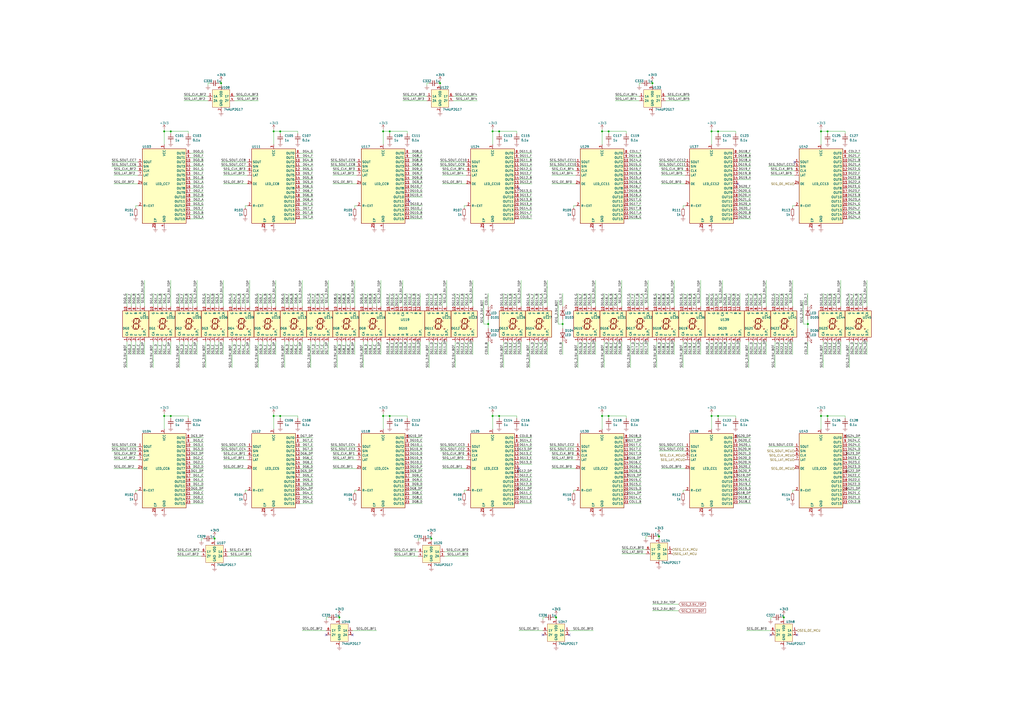
<source format=kicad_sch>
(kicad_sch (version 20211123) (generator eeschema)
  (paper "A2")
  (junction (at 128.27 48.26))
  (junction (at 285.75 76.2))
  (junction (at 226.06 241.3))
  (junction (at 158.75 76.2))
  (junction (at 158.75 241.3))
  (junction (at 349.25 241.3))
  (junction (at 196.85 358.14))
  (junction (at 412.75 241.3))
  (junction (at 99.06 241.3))
  (junction (at 480.06 241.3))
  (junction (at 322.58 358.14))
  (junction (at 289.56 241.3))
  (junction (at 283.21 187.96))
  (junction (at 353.06 76.2))
  (junction (at 416.56 76.2))
  (junction (at 162.56 241.3))
  (junction (at 124.46 312.42))
  (junction (at 382.27 311.15))
  (junction (at 285.75 241.3))
  (junction (at 95.25 241.3))
  (junction (at 353.06 241.3))
  (junction (at 289.56 76.2))
  (junction (at 255.27 48.26))
  (junction (at 222.25 241.3))
  (junction (at 476.25 76.2))
  (junction (at 412.75 76.2))
  (junction (at 378.46 48.26))
  (junction (at 222.25 76.2))
  (junction (at 416.56 241.3))
  (junction (at 480.06 76.2))
  (junction (at 162.56 76.2))
  (junction (at 349.25 76.2))
  (junction (at 95.25 76.2))
  (junction (at 226.06 76.2))
  (junction (at 250.19 312.42))
  (junction (at 326.39 187.96))
  (junction (at 454.66 358.14))
  (junction (at 476.25 241.3))
  (junction (at 468.63 187.96))
  (junction (at 99.06 76.2))
  (no_connect (at 204.47 368.3))
  (no_connect (at 189.23 368.3))
  (no_connect (at 330.2 368.3))
  (no_connect (at 300.99 271.78))
  (no_connect (at 427.99 106.68))
  (no_connect (at 447.04 368.3))
  (no_connect (at 314.96 368.3))
  (no_connect (at 461.01 93.98))
  (no_connect (at 300.99 109.22))
  (no_connect (at 462.28 368.3))
  (no_connect (at 237.49 116.84))
  (wire (pts (xy 266.7 170.18) (xy 266.7 177.8)))
  (wire (pts (xy 342.9 170.18) (xy 342.9 177.8)))
  (wire (pts (xy 213.36 170.18) (xy 213.36 177.8)))
  (wire (pts (xy 110.49 281.94) (xy 118.11 281.94)))
  (wire (pts (xy 173.99 264.16) (xy 181.61 264.16)))
  (wire (pts (xy 237.49 271.78) (xy 245.11 271.78)))
  (wire (pts (xy 114.3 198.12) (xy 114.3 205.74)))
  (wire (pts (xy 233.68 162.56) (xy 233.68 177.8)))
  (wire (pts (xy 165.1 170.18) (xy 165.1 177.8)))
  (wire (pts (xy 466.09 173.99) (xy 466.09 187.96)))
  (wire (pts (xy 222.25 240.03) (xy 222.25 241.3)))
  (wire (pts (xy 245.11 101.6) (xy 237.49 101.6)))
  (wire (pts (xy 128.27 48.26) (xy 128.27 49.53)))
  (wire (pts (xy 106.68 170.18) (xy 106.68 177.8)))
  (wire (pts (xy 426.72 76.2) (xy 426.72 77.47)))
  (wire (pts (xy 427.99 256.54) (xy 435.61 256.54)))
  (wire (pts (xy 452.12 170.18) (xy 452.12 177.8)))
  (wire (pts (xy 116.84 322.58) (xy 102.87 322.58)))
  (wire (pts (xy 491.49 289.56) (xy 499.11 289.56)))
  (wire (pts (xy 81.28 198.12) (xy 81.28 205.74)))
  (wire (pts (xy 307.34 170.18) (xy 307.34 177.8)))
  (wire (pts (xy 461.01 99.06) (xy 447.04 99.06)))
  (wire (pts (xy 461.01 101.6) (xy 447.04 101.6)))
  (wire (pts (xy 412.75 240.03) (xy 412.75 241.3)))
  (wire (pts (xy 128.27 46.99) (xy 128.27 48.26)))
  (wire (pts (xy 83.82 198.12) (xy 83.82 205.74)))
  (wire (pts (xy 132.08 320.04) (xy 146.05 320.04)))
  (wire (pts (xy 64.77 261.62) (xy 80.01 261.62)))
  (wire (pts (xy 218.44 198.12) (xy 218.44 205.74)))
  (wire (pts (xy 386.08 198.12) (xy 386.08 205.74)))
  (wire (pts (xy 441.96 198.12) (xy 441.96 205.74)))
  (wire (pts (xy 124.46 170.18) (xy 124.46 177.8)))
  (wire (pts (xy 414.02 170.18) (xy 414.02 177.8)))
  (wire (pts (xy 477.52 170.18) (xy 477.52 177.8)))
  (wire (pts (xy 491.49 261.62) (xy 499.11 261.62)))
  (wire (pts (xy 435.61 114.3) (xy 427.99 114.3)))
  (wire (pts (xy 173.99 274.32) (xy 181.61 274.32)))
  (wire (pts (xy 120.65 58.42) (xy 106.68 58.42)))
  (wire (pts (xy 93.98 198.12) (xy 93.98 205.74)))
  (wire (pts (xy 364.49 284.48) (xy 372.11 284.48)))
  (wire (pts (xy 447.04 365.76) (xy 433.07 365.76)))
  (wire (pts (xy 349.25 74.93) (xy 349.25 76.2)))
  (wire (pts (xy 364.49 281.94) (xy 372.11 281.94)))
  (wire (pts (xy 427.99 264.16) (xy 435.61 264.16)))
  (wire (pts (xy 143.51 99.06) (xy 129.54 99.06)))
  (wire (pts (xy 180.34 170.18) (xy 180.34 177.8)))
  (wire (pts (xy 237.49 279.4) (xy 245.11 279.4)))
  (wire (pts (xy 377.19 48.26) (xy 378.46 48.26)))
  (wire (pts (xy 127 170.18) (xy 127 177.8)))
  (wire (pts (xy 397.51 101.6) (xy 383.54 101.6)))
  (wire (pts (xy 326.39 170.18) (xy 326.39 177.8)))
  (wire (pts (xy 308.61 106.68) (xy 300.99 106.68)))
  (wire (pts (xy 375.92 198.12) (xy 375.92 205.74)))
  (wire (pts (xy 436.88 198.12) (xy 436.88 205.74)))
  (wire (pts (xy 485.14 198.12) (xy 485.14 205.74)))
  (wire (pts (xy 95.25 76.2) (xy 95.25 83.82)))
  (wire (pts (xy 215.9 198.12) (xy 215.9 205.74)))
  (wire (pts (xy 78.74 119.38) (xy 80.01 119.38)))
  (wire (pts (xy 222.25 241.3) (xy 226.06 241.3)))
  (wire (pts (xy 207.01 99.06) (xy 193.04 99.06)))
  (wire (pts (xy 271.78 198.12) (xy 271.78 205.74)))
  (wire (pts (xy 500.38 170.18) (xy 500.38 177.8)))
  (wire (pts (xy 491.49 254) (xy 499.11 254)))
  (wire (pts (xy 308.61 119.38) (xy 300.99 119.38)))
  (wire (pts (xy 257.81 320.04) (xy 271.78 320.04)))
  (wire (pts (xy 317.5 162.56) (xy 317.5 177.8)))
  (wire (pts (xy 491.49 266.7) (xy 499.11 266.7)))
  (wire (pts (xy 116.84 312.42) (xy 118.11 312.42)))
  (wire (pts (xy 499.11 114.3) (xy 491.49 114.3)))
  (wire (pts (xy 491.49 279.4) (xy 499.11 279.4)))
  (wire (pts (xy 154.94 198.12) (xy 154.94 205.74)))
  (wire (pts (xy 143.51 266.7) (xy 129.54 266.7)))
  (wire (pts (xy 468.63 170.18) (xy 468.63 177.8)))
  (wire (pts (xy 309.88 170.18) (xy 309.88 177.8)))
  (wire (pts (xy 364.49 269.24) (xy 372.11 269.24)))
  (wire (pts (xy 485.14 170.18) (xy 485.14 177.8)))
  (wire (pts (xy 254 198.12) (xy 254 205.74)))
  (wire (pts (xy 80.01 266.7) (xy 66.04 266.7)))
  (wire (pts (xy 158.75 240.03) (xy 158.75 241.3)))
  (wire (pts (xy 427.99 274.32) (xy 435.61 274.32)))
  (wire (pts (xy 335.28 170.18) (xy 335.28 177.8)))
  (wire (pts (xy 254 48.26) (xy 255.27 48.26)))
  (wire (pts (xy 237.49 281.94) (xy 245.11 281.94)))
  (wire (pts (xy 269.24 170.18) (xy 269.24 177.8)))
  (wire (pts (xy 116.84 320.04) (xy 102.87 320.04)))
  (wire (pts (xy 370.84 58.42) (xy 356.87 58.42)))
  (wire (pts (xy 318.77 261.62) (xy 334.01 261.62)))
  (wire (pts (xy 226.06 170.18) (xy 226.06 177.8)))
  (wire (pts (xy 427.99 266.7) (xy 435.61 266.7)))
  (wire (pts (xy 468.63 187.96) (xy 468.63 190.5)))
  (wire (pts (xy 495.3 198.12) (xy 495.3 205.74)))
  (wire (pts (xy 372.11 121.92) (xy 364.49 121.92)))
  (wire (pts (xy 128.27 96.52) (xy 143.51 96.52)))
  (wire (pts (xy 191.77 96.52) (xy 207.01 96.52)))
  (wire (pts (xy 397.51 271.78) (xy 383.54 271.78)))
  (wire (pts (xy 427.99 279.4) (xy 435.61 279.4)))
  (wire (pts (xy 83.82 162.56) (xy 83.82 177.8)))
  (wire (pts (xy 350.52 198.12) (xy 350.52 213.36)))
  (wire (pts (xy 144.78 162.56) (xy 144.78 177.8)))
  (wire (pts (xy 353.06 198.12) (xy 353.06 205.74)))
  (wire (pts (xy 270.51 264.16) (xy 256.54 264.16)))
  (wire (pts (xy 447.04 359.41) (xy 447.04 358.14)))
  (wire (pts (xy 238.76 170.18) (xy 238.76 177.8)))
  (wire (pts (xy 78.74 198.12) (xy 78.74 205.74)))
  (wire (pts (xy 237.49 254) (xy 245.11 254)))
  (wire (pts (xy 499.11 104.14) (xy 491.49 104.14)))
  (wire (pts (xy 382.27 261.62) (xy 397.51 261.62)))
  (wire (pts (xy 300.99 261.62) (xy 308.61 261.62)))
  (wire (pts (xy 340.36 170.18) (xy 340.36 177.8)))
  (wire (pts (xy 372.11 88.9) (xy 364.49 88.9)))
  (wire (pts (xy 118.11 121.92) (xy 110.49 121.92)))
  (wire (pts (xy 370.84 49.53) (xy 370.84 48.26)))
  (wire (pts (xy 419.1 162.56) (xy 419.1 177.8)))
  (wire (pts (xy 119.38 198.12) (xy 119.38 213.36)))
  (wire (pts (xy 255.27 259.08) (xy 270.51 259.08)))
  (wire (pts (xy 427.99 269.24) (xy 435.61 269.24)))
  (wire (pts (xy 172.72 170.18) (xy 172.72 177.8)))
  (wire (pts (xy 226.06 76.2) (xy 226.06 77.47)))
  (wire (pts (xy 173.99 266.7) (xy 181.61 266.7)))
  (wire (pts (xy 476.25 76.2) (xy 480.06 76.2)))
  (wire (pts (xy 127 48.26) (xy 128.27 48.26)))
  (wire (pts (xy 118.11 114.3) (xy 110.49 114.3)))
  (wire (pts (xy 299.72 241.3) (xy 299.72 242.57)))
  (wire (pts (xy 435.61 116.84) (xy 427.99 116.84)))
  (wire (pts (xy 312.42 198.12) (xy 312.42 205.74)))
  (wire (pts (xy 110.49 271.78) (xy 118.11 271.78)))
  (wire (pts (xy 289.56 241.3) (xy 299.72 241.3)))
  (wire (pts (xy 419.1 198.12) (xy 419.1 205.74)))
  (wire (pts (xy 435.61 109.22) (xy 427.99 109.22)))
  (wire (pts (xy 435.61 88.9) (xy 427.99 88.9)))
  (wire (pts (xy 337.82 198.12) (xy 337.82 205.74)))
  (wire (pts (xy 173.99 259.08) (xy 181.61 259.08)))
  (wire (pts (xy 106.68 198.12) (xy 106.68 205.74)))
  (wire (pts (xy 497.84 170.18) (xy 497.84 177.8)))
  (wire (pts (xy 237.49 289.56) (xy 245.11 289.56)))
  (wire (pts (xy 401.32 198.12) (xy 401.32 205.74)))
  (wire (pts (xy 300.99 259.08) (xy 308.61 259.08)))
  (wire (pts (xy 269.24 285.75) (xy 269.24 284.48)))
  (wire (pts (xy 364.49 271.78) (xy 372.11 271.78)))
  (wire (pts (xy 233.68 198.12) (xy 233.68 205.74)))
  (wire (pts (xy 257.81 322.58) (xy 271.78 322.58)))
  (wire (pts (xy 353.06 76.2) (xy 353.06 77.47)))
  (wire (pts (xy 152.4 170.18) (xy 152.4 177.8)))
  (wire (pts (xy 123.19 312.42) (xy 124.46 312.42)))
  (wire (pts (xy 173.99 254) (xy 181.61 254)))
  (wire (pts (xy 191.77 93.98) (xy 207.01 93.98)))
  (wire (pts (xy 149.86 170.18) (xy 149.86 177.8)))
  (wire (pts (xy 121.92 170.18) (xy 121.92 177.8)))
  (wire (pts (xy 358.14 170.18) (xy 358.14 177.8)))
  (wire (pts (xy 173.99 287.02) (xy 181.61 287.02)))
  (wire (pts (xy 110.49 269.24) (xy 118.11 269.24)))
  (wire (pts (xy 270.51 99.06) (xy 256.54 99.06)))
  (wire (pts (xy 162.56 241.3) (xy 172.72 241.3)))
  (wire (pts (xy 317.5 198.12) (xy 317.5 205.74)))
  (wire (pts (xy 308.61 91.44) (xy 300.99 91.44)))
  (wire (pts (xy 499.11 116.84) (xy 491.49 116.84)))
  (wire (pts (xy 449.58 170.18) (xy 449.58 177.8)))
  (wire (pts (xy 364.49 261.62) (xy 372.11 261.62)))
  (wire (pts (xy 142.24 284.48) (xy 143.51 284.48)))
  (wire (pts (xy 269.24 198.12) (xy 269.24 205.74)))
  (wire (pts (xy 247.65 48.26) (xy 248.92 48.26)))
  (wire (pts (xy 220.98 198.12) (xy 220.98 205.74)))
  (wire (pts (xy 181.61 104.14) (xy 173.99 104.14)))
  (wire (pts (xy 378.46 350.52) (xy 393.7 350.52)))
  (wire (pts (xy 285.75 240.03) (xy 285.75 241.3)))
  (wire (pts (xy 406.4 198.12) (xy 406.4 205.74)))
  (wire (pts (xy 96.52 198.12) (xy 96.52 205.74)))
  (wire (pts (xy 396.24 119.38) (xy 397.51 119.38)))
  (wire (pts (xy 364.49 279.4) (xy 372.11 279.4)))
  (wire (pts (xy 372.11 104.14) (xy 364.49 104.14)))
  (wire (pts (xy 449.58 198.12) (xy 449.58 213.36)))
  (wire (pts (xy 372.11 101.6) (xy 364.49 101.6)))
  (wire (pts (xy 187.96 198.12) (xy 187.96 205.74)))
  (wire (pts (xy 312.42 170.18) (xy 312.42 177.8)))
  (wire (pts (xy 480.06 76.2) (xy 490.22 76.2)))
  (wire (pts (xy 190.5 162.56) (xy 190.5 177.8)))
  (wire (pts (xy 292.1 170.18) (xy 292.1 177.8)))
  (wire (pts (xy 237.49 292.1) (xy 245.11 292.1)))
  (wire (pts (xy 427.99 271.78) (xy 435.61 271.78)))
  (wire (pts (xy 459.74 284.48) (xy 461.01 284.48)))
  (wire (pts (xy 173.99 279.4) (xy 181.61 279.4)))
  (wire (pts (xy 308.61 88.9) (xy 300.99 88.9)))
  (wire (pts (xy 435.61 91.44) (xy 427.99 91.44)))
  (wire (pts (xy 358.14 198.12) (xy 358.14 205.74)))
  (wire (pts (xy 110.49 259.08) (xy 118.11 259.08)))
  (wire (pts (xy 401.32 170.18) (xy 401.32 177.8)))
  (wire (pts (xy 173.99 271.78) (xy 181.61 271.78)))
  (wire (pts (xy 372.11 116.84) (xy 364.49 116.84)))
  (wire (pts (xy 228.6 170.18) (xy 228.6 177.8)))
  (wire (pts (xy 118.11 109.22) (xy 110.49 109.22)))
  (wire (pts (xy 499.11 111.76) (xy 491.49 111.76)))
  (wire (pts (xy 459.74 198.12) (xy 459.74 205.74)))
  (wire (pts (xy 353.06 170.18) (xy 353.06 177.8)))
  (wire (pts (xy 416.56 241.3) (xy 416.56 242.57)))
  (wire (pts (xy 435.61 99.06) (xy 427.99 99.06)))
  (wire (pts (xy 403.86 170.18) (xy 403.86 177.8)))
  (wire (pts (xy 142.24 285.75) (xy 142.24 284.48)))
  (wire (pts (xy 128.27 259.08) (xy 143.51 259.08)))
  (wire (pts (xy 386.08 170.18) (xy 386.08 177.8)))
  (wire (pts (xy 181.61 109.22) (xy 173.99 109.22)))
  (wire (pts (xy 416.56 198.12) (xy 416.56 205.74)))
  (wire (pts (xy 160.02 162.56) (xy 160.02 177.8)))
  (wire (pts (xy 120.65 48.26) (xy 121.92 48.26)))
  (wire (pts (xy 237.49 261.62) (xy 245.11 261.62)))
  (wire (pts (xy 411.48 170.18) (xy 411.48 177.8)))
  (wire (pts (xy 334.01 266.7) (xy 320.04 266.7)))
  (wire (pts (xy 441.96 170.18) (xy 441.96 177.8)))
  (wire (pts (xy 447.04 358.14) (xy 448.31 358.14)))
  (wire (pts (xy 237.49 266.7) (xy 245.11 266.7)))
  (wire (pts (xy 453.39 358.14) (xy 454.66 358.14)))
  (wire (pts (xy 372.11 119.38) (xy 364.49 119.38)))
  (wire (pts (xy 374.65 312.42) (xy 374.65 311.15)))
  (wire (pts (xy 434.34 198.12) (xy 434.34 213.36)))
  (wire (pts (xy 353.06 241.3) (xy 353.06 242.57)))
  (wire (pts (xy 308.61 121.92) (xy 300.99 121.92)))
  (wire (pts (xy 181.61 96.52) (xy 173.99 96.52)))
  (wire (pts (xy 172.72 241.3) (xy 172.72 242.57)))
  (wire (pts (xy 200.66 198.12) (xy 200.66 205.74)))
  (wire (pts (xy 132.08 322.58) (xy 146.05 322.58)))
  (wire (pts (xy 426.72 170.18) (xy 426.72 177.8)))
  (wire (pts (xy 459.74 120.65) (xy 459.74 119.38)))
  (wire (pts (xy 386.08 55.88) (xy 400.05 55.88)))
  (wire (pts (xy 110.49 287.02) (xy 118.11 287.02)))
  (wire (pts (xy 308.61 93.98) (xy 300.99 93.98)))
  (wire (pts (xy 255.27 96.52) (xy 270.51 96.52)))
  (wire (pts (xy 251.46 198.12) (xy 251.46 205.74)))
  (wire (pts (xy 382.27 309.88) (xy 382.27 311.15)))
  (wire (pts (xy 242.57 322.58) (xy 228.6 322.58)))
  (wire (pts (xy 143.51 101.6) (xy 129.54 101.6)))
  (wire (pts (xy 200.66 170.18) (xy 200.66 177.8)))
  (wire (pts (xy 308.61 116.84) (xy 300.99 116.84)))
  (wire (pts (xy 245.11 104.14) (xy 237.49 104.14)))
  (wire (pts (xy 434.34 170.18) (xy 434.34 177.8)))
  (wire (pts (xy 396.24 285.75) (xy 396.24 284.48)))
  (wire (pts (xy 364.49 276.86) (xy 372.11 276.86)))
  (wire (pts (xy 160.02 198.12) (xy 160.02 205.74)))
  (wire (pts (xy 499.11 96.52) (xy 491.49 96.52)))
  (wire (pts (xy 300.99 289.56) (xy 308.61 289.56)))
  (wire (pts (xy 289.56 241.3) (xy 289.56 242.57)))
  (wire (pts (xy 445.77 259.08) (xy 461.01 259.08)))
  (wire (pts (xy 416.56 241.3) (xy 426.72 241.3)))
  (wire (pts (xy 372.11 127) (xy 364.49 127)))
  (wire (pts (xy 189.23 365.76) (xy 175.26 365.76)))
  (wire (pts (xy 476.25 241.3) (xy 476.25 248.92)))
  (wire (pts (xy 435.61 104.14) (xy 427.99 104.14)))
  (wire (pts (xy 242.57 312.42) (xy 243.84 312.42)))
  (wire (pts (xy 452.12 198.12) (xy 452.12 205.74)))
  (wire (pts (xy 80.01 264.16) (xy 66.04 264.16)))
  (wire (pts (xy 300.99 281.94) (xy 308.61 281.94)))
  (wire (pts (xy 382.27 96.52) (xy 397.51 96.52)))
  (wire (pts (xy 143.51 264.16) (xy 129.54 264.16)))
  (wire (pts (xy 99.06 76.2) (xy 99.06 77.47)))
  (wire (pts (xy 170.18 170.18) (xy 170.18 177.8)))
  (wire (pts (xy 416.56 76.2) (xy 426.72 76.2)))
  (wire (pts (xy 118.11 127) (xy 110.49 127)))
  (wire (pts (xy 445.77 96.52) (xy 461.01 96.52)))
  (wire (pts (xy 247.65 58.42) (xy 233.68 58.42)))
  (wire (pts (xy 181.61 124.46) (xy 173.99 124.46)))
  (wire (pts (xy 396.24 284.48) (xy 397.51 284.48)))
  (wire (pts (xy 109.22 170.18) (xy 109.22 177.8)))
  (wire (pts (xy 181.61 119.38) (xy 173.99 119.38)))
  (wire (pts (xy 175.26 198.12) (xy 175.26 205.74)))
  (wire (pts (xy 134.62 198.12) (xy 134.62 213.36)))
  (wire (pts (xy 427.99 261.62) (xy 435.61 261.62)))
  (wire (pts (xy 158.75 74.93) (xy 158.75 76.2)))
  (wire (pts (xy 427.99 254) (xy 435.61 254)))
  (wire (pts (xy 120.65 49.53) (xy 120.65 48.26)))
  (wire (pts (xy 205.74 119.38) (xy 207.01 119.38)))
  (wire (pts (xy 426.72 198.12) (xy 426.72 205.74)))
  (wire (pts (xy 109.22 241.3) (xy 109.22 242.57)))
  (wire (pts (xy 118.11 116.84) (xy 110.49 116.84)))
  (wire (pts (xy 353.06 76.2) (xy 363.22 76.2)))
  (wire (pts (xy 491.49 284.48) (xy 499.11 284.48)))
  (wire (pts (xy 142.24 120.65) (xy 142.24 119.38)))
  (wire (pts (xy 345.44 162.56) (xy 345.44 177.8)))
  (wire (pts (xy 270.51 266.7) (xy 256.54 266.7)))
  (wire (pts (xy 110.49 276.86) (xy 118.11 276.86)))
  (wire (pts (xy 139.7 198.12) (xy 139.7 205.74)))
  (wire (pts (xy 332.74 119.38) (xy 334.01 119.38)))
  (wire (pts (xy 283.21 205.74) (xy 283.21 198.12)))
  (wire (pts (xy 210.82 170.18) (xy 210.82 177.8)))
  (wire (pts (xy 162.56 76.2) (xy 162.56 77.47)))
  (wire (pts (xy 372.11 292.1) (xy 364.49 292.1)))
  (wire (pts (xy 255.27 261.62) (xy 270.51 261.62)))
  (wire (pts (xy 95.25 241.3) (xy 95.25 248.92)))
  (wire (pts (xy 158.75 241.3) (xy 158.75 248.92)))
  (wire (pts (xy 302.26 162.56) (xy 302.26 177.8)))
  (wire (pts (xy 386.08 58.42) (xy 400.05 58.42)))
  (wire (pts (xy 300.99 269.24) (xy 308.61 269.24)))
  (wire (pts (xy 96.52 170.18) (xy 96.52 177.8)))
  (wire (pts (xy 491.49 256.54) (xy 499.11 256.54)))
  (wire (pts (xy 476.25 74.93) (xy 476.25 76.2)))
  (wire (pts (xy 182.88 198.12) (xy 182.88 205.74)))
  (wire (pts (xy 76.2 198.12) (xy 76.2 205.74)))
  (wire (pts (xy 269.24 119.38) (xy 270.51 119.38)))
  (wire (pts (xy 416.56 170.18) (xy 416.56 177.8)))
  (wire (pts (xy 73.66 170.18) (xy 73.66 177.8)))
  (wire (pts (xy 109.22 198.12) (xy 109.22 205.74)))
  (wire (pts (xy 482.6 198.12) (xy 482.6 205.74)))
  (wire (pts (xy 189.23 359.41) (xy 189.23 358.14)))
  (wire (pts (xy 64.77 93.98) (xy 80.01 93.98)))
  (wire (pts (xy 412.75 241.3) (xy 416.56 241.3)))
  (wire (pts (xy 308.61 101.6) (xy 300.99 101.6)))
  (wire (pts (xy 118.11 111.76) (xy 110.49 111.76)))
  (wire (pts (xy 157.48 170.18) (xy 157.48 177.8)))
  (wire (pts (xy 427.99 276.86) (xy 435.61 276.86)))
  (wire (pts (xy 269.24 284.48) (xy 270.51 284.48)))
  (wire (pts (xy 454.66 356.87) (xy 454.66 358.14)))
  (wire (pts (xy 255.27 46.99) (xy 255.27 48.26)))
  (wire (pts (xy 424.18 170.18) (xy 424.18 177.8)))
  (wire (pts (xy 196.85 356.87) (xy 196.85 358.14)))
  (wire (pts (xy 424.18 198.12) (xy 424.18 205.74)))
  (wire (pts (xy 118.11 93.98) (xy 110.49 93.98)))
  (wire (pts (xy 360.68 162.56) (xy 360.68 177.8)))
  (wire (pts (xy 492.76 198.12) (xy 492.76 213.36)))
  (wire (pts (xy 426.72 241.3) (xy 426.72 242.57)))
  (wire (pts (xy 207.01 106.68) (xy 193.04 106.68)))
  (wire (pts (xy 285.75 241.3) (xy 285.75 248.92)))
  (wire (pts (xy 242.57 320.04) (xy 228.6 320.04)))
  (wire (pts (xy 436.88 170.18) (xy 436.88 177.8)))
  (wire (pts (xy 427.99 284.48) (xy 435.61 284.48)))
  (wire (pts (xy 412.75 74.93) (xy 412.75 76.2)))
  (wire (pts (xy 245.11 106.68) (xy 237.49 106.68)))
  (wire (pts (xy 322.58 358.14) (xy 322.58 359.41)))
  (wire (pts (xy 118.11 106.68) (xy 110.49 106.68)))
  (wire (pts (xy 205.74 120.65) (xy 205.74 119.38)))
  (wire (pts (xy 270.51 101.6) (xy 256.54 101.6)))
  (wire (pts (xy 454.66 358.14) (xy 454.66 359.41)))
  (wire (pts (xy 349.25 76.2) (xy 349.25 83.82)))
  (wire (pts (xy 388.62 170.18) (xy 388.62 177.8)))
  (wire (pts (xy 152.4 198.12) (xy 152.4 205.74)))
  (wire (pts (xy 307.34 198.12) (xy 307.34 213.36)))
  (wire (pts (xy 143.51 106.68) (xy 129.54 106.68)))
  (wire (pts (xy 173.99 292.1) (xy 181.61 292.1)))
  (wire (pts (xy 118.11 119.38) (xy 110.49 119.38)))
  (wire (pts (xy 195.58 170.18) (xy 195.58 177.8)))
  (wire (pts (xy 398.78 170.18) (xy 398.78 177.8)))
  (wire (pts (xy 349.25 241.3) (xy 349.25 248.92)))
  (wire (pts (xy 181.61 111.76) (xy 173.99 111.76)))
  (wire (pts (xy 135.89 55.88) (xy 149.86 55.88)))
  (wire (pts (xy 80.01 106.68) (xy 66.04 106.68)))
  (wire (pts (xy 236.22 76.2) (xy 236.22 77.47)))
  (wire (pts (xy 118.11 99.06) (xy 110.49 99.06)))
  (wire (pts (xy 391.16 162.56) (xy 391.16 177.8)))
  (wire (pts (xy 435.61 119.38) (xy 427.99 119.38)))
  (wire (pts (xy 314.96 198.12) (xy 314.96 205.74)))
  (wire (pts (xy 110.49 274.32) (xy 118.11 274.32)))
  (wire (pts (xy 241.3 170.18) (xy 241.3 177.8)))
  (wire (pts (xy 499.11 127) (xy 491.49 127)))
  (wire (pts (xy 95.25 241.3) (xy 99.06 241.3)))
  (wire (pts (xy 391.16 198.12) (xy 391.16 205.74)))
  (wire (pts (xy 299.72 198.12) (xy 299.72 205.74)))
  (wire (pts (xy 158.75 76.2) (xy 158.75 83.82)))
  (wire (pts (xy 480.06 241.3) (xy 480.06 242.57)))
  (wire (pts (xy 256.54 170.18) (xy 256.54 177.8)))
  (wire (pts (xy 381 311.15) (xy 382.27 311.15)))
  (wire (pts (xy 403.86 198.12) (xy 403.86 205.74)))
  (wire (pts (xy 491.49 287.02) (xy 499.11 287.02)))
  (wire (pts (xy 195.58 198.12) (xy 195.58 213.36)))
  (wire (pts (xy 262.89 55.88) (xy 276.86 55.88)))
  (wire (pts (xy 289.56 76.2) (xy 289.56 77.47)))
  (wire (pts (xy 262.89 58.42) (xy 276.86 58.42)))
  (wire (pts (xy 80.01 101.6) (xy 66.04 101.6)))
  (wire (pts (xy 73.66 198.12) (xy 73.66 213.36)))
  (wire (pts (xy 93.98 170.18) (xy 93.98 177.8)))
  (wire (pts (xy 99.06 198.12) (xy 99.06 205.74)))
  (wire (pts (xy 382.27 259.08) (xy 397.51 259.08)))
  (wire (pts (xy 326.39 185.42) (xy 326.39 187.96)))
  (wire (pts (xy 412.75 241.3) (xy 412.75 248.92)))
  (wire (pts (xy 499.11 121.92) (xy 491.49 121.92)))
  (wire (pts (xy 162.56 76.2) (xy 172.72 76.2)))
  (wire (pts (xy 144.78 198.12) (xy 144.78 205.74)))
  (wire (pts (xy 124.46 312.42) (xy 124.46 313.69)))
  (wire (pts (xy 355.6 198.12) (xy 355.6 205.74)))
  (wire (pts (xy 250.19 311.15) (xy 250.19 312.42)))
  (wire (pts (xy 118.11 91.44) (xy 110.49 91.44)))
  (wire (pts (xy 162.56 241.3) (xy 162.56 242.57)))
  (wire (pts (xy 114.3 162.56) (xy 114.3 177.8)))
  (wire (pts (xy 110.49 279.4) (xy 118.11 279.4)))
  (wire (pts (xy 314.96 359.41) (xy 314.96 358.14)))
  (wire (pts (xy 222.25 241.3) (xy 222.25 248.92)))
  (wire (pts (xy 372.11 124.46) (xy 364.49 124.46)))
  (wire (pts (xy 491.49 276.86) (xy 499.11 276.86)))
  (wire (pts (xy 181.61 114.3) (xy 173.99 114.3)))
  (wire (pts (xy 499.11 124.46) (xy 491.49 124.46)))
  (wire (pts (xy 487.68 162.56) (xy 487.68 177.8)))
  (wire (pts (xy 368.3 170.18) (xy 368.3 177.8)))
  (wire (pts (xy 495.3 170.18) (xy 495.3 177.8)))
  (wire (pts (xy 285.75 74.93) (xy 285.75 76.2)))
  (wire (pts (xy 99.06 162.56) (xy 99.06 177.8)))
  (wire (pts (xy 439.42 170.18) (xy 439.42 177.8)))
  (wire (pts (xy 435.61 96.52) (xy 427.99 96.52)))
  (wire (pts (xy 444.5 198.12) (xy 444.5 205.74)))
  (wire (pts (xy 435.61 121.92) (xy 427.99 121.92)))
  (wire (pts (xy 364.49 287.02) (xy 372.11 287.02)))
  (wire (pts (xy 353.06 241.3) (xy 363.22 241.3)))
  (wire (pts (xy 476.25 241.3) (xy 480.06 241.3)))
  (wire (pts (xy 110.49 266.7) (xy 118.11 266.7)))
  (wire (pts (xy 416.56 76.2) (xy 416.56 77.47)))
  (wire (pts (xy 480.06 241.3) (xy 490.22 241.3)))
  (wire (pts (xy 231.14 170.18) (xy 231.14 177.8)))
  (wire (pts (xy 245.11 121.92) (xy 237.49 121.92)))
  (wire (pts (xy 248.92 312.42) (xy 250.19 312.42)))
  (wire (pts (xy 143.51 271.78) (xy 129.54 271.78)))
  (wire (pts (xy 491.49 259.08) (xy 499.11 259.08)))
  (wire (pts (xy 245.11 91.44) (xy 237.49 91.44)))
  (wire (pts (xy 78.74 170.18) (xy 78.74 177.8)))
  (wire (pts (xy 142.24 119.38) (xy 143.51 119.38)))
  (wire (pts (xy 181.61 101.6) (xy 173.99 101.6)))
  (wire (pts (xy 334.01 106.68) (xy 320.04 106.68)))
  (wire (pts (xy 499.11 99.06) (xy 491.49 99.06)))
  (wire (pts (xy 236.22 241.3) (xy 236.22 242.57)))
  (wire (pts (xy 332.74 120.65) (xy 332.74 119.38)))
  (wire (pts (xy 205.74 285.75) (xy 205.74 284.48)))
  (wire (pts (xy 297.18 198.12) (xy 297.18 205.74)))
  (wire (pts (xy 497.84 198.12) (xy 497.84 205.74)))
  (wire (pts (xy 499.11 91.44) (xy 491.49 91.44)))
  (wire (pts (xy 499.11 101.6) (xy 491.49 101.6)))
  (wire (pts (xy 372.11 106.68) (xy 364.49 106.68)))
  (wire (pts (xy 373.38 170.18) (xy 373.38 177.8)))
  (wire (pts (xy 78.74 284.48) (xy 80.01 284.48)))
  (wire (pts (xy 237.49 276.86) (xy 245.11 276.86)))
  (wire (pts (xy 205.74 198.12) (xy 205.74 205.74)))
  (wire (pts (xy 330.2 365.76) (xy 344.17 365.76)))
  (wire (pts (xy 502.92 162.56) (xy 502.92 177.8)))
  (wire (pts (xy 321.31 358.14) (xy 322.58 358.14)))
  (wire (pts (xy 231.14 198.12) (xy 231.14 205.74)))
  (wire (pts (xy 378.46 48.26) (xy 378.46 49.53)))
  (wire (pts (xy 396.24 198.12) (xy 396.24 213.36)))
  (wire (pts (xy 237.49 264.16) (xy 245.11 264.16)))
  (wire (pts (xy 181.61 106.68) (xy 173.99 106.68)))
  (wire (pts (xy 364.49 289.56) (xy 372.11 289.56)))
  (wire (pts (xy 259.08 162.56) (xy 259.08 177.8)))
  (wire (pts (xy 154.94 170.18) (xy 154.94 177.8)))
  (wire (pts (xy 228.6 198.12) (xy 228.6 205.74)))
  (wire (pts (xy 245.11 96.52) (xy 237.49 96.52)))
  (wire (pts (xy 318.77 259.08) (xy 334.01 259.08)))
  (wire (pts (xy 398.78 198.12) (xy 398.78 205.74)))
  (wire (pts (xy 165.1 198.12) (xy 165.1 213.36)))
  (wire (pts (xy 373.38 198.12) (xy 373.38 205.74)))
  (wire (pts (xy 215.9 170.18) (xy 215.9 177.8)))
  (wire (pts (xy 412.75 76.2) (xy 412.75 83.82)))
  (wire (pts (xy 332.74 284.48) (xy 334.01 284.48)))
  (wire (pts (xy 266.7 198.12) (xy 266.7 205.74)))
  (wire (pts (xy 427.99 289.56) (xy 435.61 289.56)))
  (wire (pts (xy 95.25 76.2) (xy 99.06 76.2)))
  (wire (pts (xy 251.46 170.18) (xy 251.46 177.8)))
  (wire (pts (xy 237.49 269.24) (xy 245.11 269.24)))
  (wire (pts (xy 421.64 170.18) (xy 421.64 177.8)))
  (wire (pts (xy 365.76 198.12) (xy 365.76 213.36)))
  (wire (pts (xy 121.92 198.12) (xy 121.92 205.74)))
  (wire (pts (xy 375.92 162.56) (xy 375.92 177.8)))
  (wire (pts (xy 314.96 365.76) (xy 300.99 365.76)))
  (wire (pts (xy 490.22 241.3) (xy 490.22 242.57)))
  (wire (pts (xy 205.74 162.56) (xy 205.74 177.8)))
  (wire (pts (xy 427.99 292.1) (xy 435.61 292.1)))
  (wire (pts (xy 129.54 162.56) (xy 129.54 177.8)))
  (wire (pts (xy 247.65 49.53) (xy 247.65 48.26)))
  (wire (pts (xy 118.11 101.6) (xy 110.49 101.6)))
  (wire (pts (xy 213.36 198.12) (xy 213.36 205.74)))
  (wire (pts (xy 370.84 170.18) (xy 370.84 177.8)))
  (wire (pts (xy 91.44 170.18) (xy 91.44 177.8)))
  (wire (pts (xy 427.99 281.94) (xy 435.61 281.94)))
  (wire (pts (xy 255.27 93.98) (xy 270.51 93.98)))
  (wire (pts (xy 421.64 198.12) (xy 421.64 205.74)))
  (wire (pts (xy 64.77 96.52) (xy 80.01 96.52)))
  (wire (pts (xy 308.61 254) (xy 300.99 254)))
  (wire (pts (xy 137.16 170.18) (xy 137.16 177.8)))
  (wire (pts (xy 274.32 198.12) (xy 274.32 205.74)))
  (wire (pts (xy 172.72 76.2) (xy 172.72 77.47)))
  (wire (pts (xy 435.61 127) (xy 427.99 127)))
  (wire (pts (xy 435.61 124.46) (xy 427.99 124.46)))
  (wire (pts (xy 205.74 284.48) (xy 207.01 284.48)))
  (wire (pts (xy 491.49 269.24) (xy 499.11 269.24)))
  (wire (pts (xy 444.5 162.56) (xy 444.5 177.8)))
  (wire (pts (xy 292.1 198.12) (xy 292.1 213.36)))
  (wire (pts (xy 191.77 259.08) (xy 207.01 259.08)))
  (wire (pts (xy 80.01 271.78) (xy 66.04 271.78)))
  (wire (pts (xy 294.64 198.12) (xy 294.64 205.74)))
  (wire (pts (xy 326.39 187.96) (xy 326.39 190.5)))
  (wire (pts (xy 116.84 313.69) (xy 116.84 312.42)))
  (wire (pts (xy 191.77 261.62) (xy 207.01 261.62)))
  (wire (pts (xy 118.11 104.14) (xy 110.49 104.14)))
  (wire (pts (xy 135.89 58.42) (xy 149.86 58.42)))
  (wire (pts (xy 285.75 76.2) (xy 289.56 76.2)))
  (wire (pts (xy 322.58 356.87) (xy 322.58 358.14)))
  (wire (pts (xy 203.2 170.18) (xy 203.2 177.8)))
  (wire (pts (xy 283.21 187.96) (xy 283.21 190.5)))
  (wire (pts (xy 480.06 76.2) (xy 480.06 77.47)))
  (wire (pts (xy 492.76 170.18) (xy 492.76 177.8)))
  (wire (pts (xy 120.65 55.88) (xy 106.68 55.88)))
  (wire (pts (xy 414.02 198.12) (xy 414.02 205.74)))
  (wire (pts (xy 142.24 170.18) (xy 142.24 177.8)))
  (wire (pts (xy 220.98 162.56) (xy 220.98 177.8)))
  (wire (pts (xy 111.76 170.18) (xy 111.76 177.8)))
  (wire (pts (xy 435.61 93.98) (xy 427.99 93.98)))
  (wire (pts (xy 397.51 99.06) (xy 383.54 99.06)))
  (wire (pts (xy 245.11 88.9) (xy 237.49 88.9)))
  (wire (pts (xy 429.26 198.12) (xy 429.26 205.74)))
  (wire (pts (xy 203.2 198.12) (xy 203.2 205.74)))
  (wire (pts (xy 300.99 279.4) (xy 308.61 279.4)))
  (wire (pts (xy 300.99 264.16) (xy 308.61 264.16)))
  (wire (pts (xy 222.25 74.93) (xy 222.25 76.2)))
  (wire (pts (xy 110.49 261.62) (xy 118.11 261.62)))
  (wire (pts (xy 499.11 119.38) (xy 491.49 119.38)))
  (wire (pts (xy 76.2 170.18) (xy 76.2 177.8)))
  (wire (pts (xy 370.84 198.12) (xy 370.84 205.74)))
  (wire (pts (xy 196.85 358.14) (xy 196.85 359.41)))
  (wire (pts (xy 248.92 198.12) (xy 248.92 213.36)))
  (wire (pts (xy 243.84 198.12) (xy 243.84 205.74)))
  (wire (pts (xy 237.49 284.48) (xy 245.11 284.48)))
  (wire (pts (xy 323.85 173.99) (xy 323.85 187.96)))
  (wire (pts (xy 372.11 91.44) (xy 364.49 91.44)))
  (wire (pts (xy 243.84 170.18) (xy 243.84 177.8)))
  (wire (pts (xy 95.25 74.93) (xy 95.25 76.2)))
  (wire (pts (xy 181.61 116.84) (xy 173.99 116.84)))
  (wire (pts (xy 99.06 241.3) (xy 109.22 241.3)))
  (wire (pts (xy 128.27 93.98) (xy 143.51 93.98)))
  (wire (pts (xy 204.47 365.76) (xy 218.44 365.76)))
  (wire (pts (xy 300.99 292.1) (xy 308.61 292.1)))
  (wire (pts (xy 439.42 198.12) (xy 439.42 205.74)))
  (wire (pts (xy 308.61 114.3) (xy 300.99 114.3)))
  (wire (pts (xy 187.96 170.18) (xy 187.96 177.8)))
  (wire (pts (xy 259.08 198.12) (xy 259.08 205.74)))
  (wire (pts (xy 137.16 198.12) (xy 137.16 205.74)))
  (wire (pts (xy 308.61 99.06) (xy 300.99 99.06)))
  (wire (pts (xy 314.96 358.14) (xy 316.23 358.14)))
  (wire (pts (xy 382.27 311.15) (xy 382.27 312.42)))
  (wire (pts (xy 181.61 88.9) (xy 173.99 88.9)))
  (wire (pts (xy 173.99 269.24) (xy 181.61 269.24)))
  (wire (pts (xy 245.11 99.06) (xy 237.49 99.06)))
  (wire (pts (xy 149.86 198.12) (xy 149.86 213.36)))
  (wire (pts (xy 64.77 259.08) (xy 80.01 259.08)))
  (wire (pts (xy 226.06 76.2) (xy 236.22 76.2)))
  (wire (pts (xy 139.7 170.18) (xy 139.7 177.8)))
  (wire (pts (xy 172.72 198.12) (xy 172.72 205.74)))
  (wire (pts (xy 381 170.18) (xy 381 177.8)))
  (wire (pts (xy 480.06 170.18) (xy 480.06 177.8)))
  (wire (pts (xy 355.6 170.18) (xy 355.6 177.8)))
  (wire (pts (xy 283.21 185.42) (xy 283.21 187.96)))
  (wire (pts (xy 466.09 187.96) (xy 468.63 187.96)))
  (wire (pts (xy 189.23 358.14) (xy 190.5 358.14)))
  (wire (pts (xy 396.24 120.65) (xy 396.24 119.38)))
  (wire (pts (xy 226.06 241.3) (xy 236.22 241.3)))
  (wire (pts (xy 237.49 287.02) (xy 245.11 287.02)))
  (wire (pts (xy 88.9 198.12) (xy 88.9 213.36)))
  (wire (pts (xy 374.65 311.15) (xy 375.92 311.15)))
  (wire (pts (xy 248.92 170.18) (xy 248.92 177.8)))
  (wire (pts (xy 360.68 198.12) (xy 360.68 205.74)))
  (wire (pts (xy 372.11 109.22) (xy 364.49 109.22)))
  (wire (pts (xy 299.72 76.2) (xy 299.72 77.47)))
  (wire (pts (xy 181.61 99.06) (xy 173.99 99.06)))
  (wire (pts (xy 181.61 93.98) (xy 173.99 93.98)))
  (wire (pts (xy 110.49 289.56) (xy 118.11 289.56)))
  (wire (pts (xy 242.57 313.69) (xy 242.57 312.42)))
  (wire (pts (xy 250.19 312.42) (xy 250.19 313.69)))
  (wire (pts (xy 300.99 276.86) (xy 308.61 276.86)))
  (wire (pts (xy 372.11 111.76) (xy 364.49 111.76)))
  (wire (pts (xy 118.11 96.52) (xy 110.49 96.52)))
  (wire (pts (xy 104.14 170.18) (xy 104.14 177.8)))
  (wire (pts (xy 487.68 198.12) (xy 487.68 205.74)))
  (wire (pts (xy 198.12 198.12) (xy 198.12 205.74)))
  (wire (pts (xy 396.24 170.18) (xy 396.24 177.8)))
  (wire (pts (xy 142.24 198.12) (xy 142.24 205.74)))
  (wire (pts (xy 181.61 127) (xy 173.99 127)))
  (wire (pts (xy 181.61 91.44) (xy 173.99 91.44)))
  (wire (pts (xy 468.63 185.42) (xy 468.63 187.96)))
  (wire (pts (xy 271.78 170.18) (xy 271.78 177.8)))
  (wire (pts (xy 269.24 120.65) (xy 269.24 119.38)))
  (wire (pts (xy 118.11 88.9) (xy 110.49 88.9)))
  (wire (pts (xy 370.84 55.88) (xy 356.87 55.88)))
  (wire (pts (xy 363.22 241.3) (xy 363.22 242.57)))
  (wire (pts (xy 435.61 101.6) (xy 427.99 101.6)))
  (wire (pts (xy 372.11 93.98) (xy 364.49 93.98)))
  (wire (pts (xy 412.75 76.2) (xy 416.56 76.2)))
  (wire (pts (xy 337.82 170.18) (xy 337.82 177.8)))
  (wire (pts (xy 459.74 119.38) (xy 461.01 119.38)))
  (wire (pts (xy 308.61 96.52) (xy 300.99 96.52)))
  (wire (pts (xy 499.11 88.9) (xy 491.49 88.9)))
  (wire (pts (xy 454.66 170.18) (xy 454.66 177.8)))
  (wire (pts (xy 349.25 240.03) (xy 349.25 241.3)))
  (wire (pts (xy 119.38 170.18) (xy 119.38 177.8)))
  (wire (pts (xy 308.61 127) (xy 300.99 127)))
  (wire (pts (xy 226.06 241.3) (xy 226.06 242.57)))
  (wire (pts (xy 318.77 96.52) (xy 334.01 96.52)))
  (wire (pts (xy 308.61 111.76) (xy 300.99 111.76)))
  (wire (pts (xy 127 198.12) (xy 127 205.74)))
  (wire (pts (xy 128.27 261.62) (xy 143.51 261.62)))
  (wire (pts (xy 499.11 106.68) (xy 491.49 106.68)))
  (wire (pts (xy 491.49 281.94) (xy 499.11 281.94)))
  (wire (pts (xy 110.49 254) (xy 118.11 254)))
  (wire (pts (xy 88.9 170.18) (xy 88.9 177.8)))
  (wire (pts (xy 502.92 198.12) (xy 502.92 205.74)))
  (wire (pts (xy 236.22 170.18) (xy 236.22 177.8)))
  (wire (pts (xy 99.06 241.3) (xy 99.06 242.57)))
  (wire (pts (xy 406.4 162.56) (xy 406.4 177.8)))
  (wire (pts (xy 173.99 289.56) (xy 181.61 289.56)))
  (wire (pts (xy 180.34 198.12) (xy 180.34 213.36)))
  (wire (pts (xy 158.75 241.3) (xy 162.56 241.3)))
  (wire (pts (xy 383.54 198.12) (xy 383.54 205.74)))
  (wire (pts (xy 491.49 264.16) (xy 499.11 264.16)))
  (wire (pts (xy 280.67 173.99) (xy 280.67 187.96)))
  (wire (pts (xy 374.65 321.31) (xy 360.68 321.31)))
  (wire (pts (xy 247.65 55.88) (xy 233.68 55.88)))
  (wire (pts (xy 368.3 198.12) (xy 368.3 205.74)))
  (wire (pts (xy 335.28 198.12) (xy 335.28 213.36)))
  (wire (pts (xy 323.85 187.96) (xy 326.39 187.96)))
  (wire (pts (xy 110.49 256.54) (xy 118.11 256.54)))
  (wire (pts (xy 226.06 198.12) (xy 226.06 205.74)))
  (wire (pts (xy 207.01 266.7) (xy 193.04 266.7)))
  (wire (pts (xy 314.96 170.18) (xy 314.96 177.8)))
  (wire (pts (xy 207.01 101.6) (xy 193.04 101.6)))
  (wire (pts (xy 173.99 256.54) (xy 181.61 256.54)))
  (wire (pts (xy 134.62 170.18) (xy 134.62 177.8)))
  (wire (pts (xy 308.61 104.14) (xy 300.99 104.14)))
  (wire (pts (xy 334.01 271.78) (xy 320.04 271.78)))
  (wire (pts (xy 207.01 264.16) (xy 193.04 264.16)))
  (wire (pts (xy 245.11 93.98) (xy 237.49 93.98)))
  (wire (pts (xy 457.2 170.18) (xy 457.2 177.8)))
  (wire (pts (xy 342.9 198.12) (xy 342.9 205.74)))
  (wire (pts (xy 124.46 311.15) (xy 124.46 312.42)))
  (wire (pts (xy 241.3 198.12) (xy 241.3 205.74)))
  (wire (pts (xy 110.49 264.16) (xy 118.11 264.16)))
  (wire (pts (xy 173.99 276.86) (xy 181.61 276.86)))
  (wire (pts (xy 104.14 198.12) (xy 104.14 213.36)))
  (wire (pts (xy 454.66 198.12) (xy 454.66 205.74)))
  (wire (pts (xy 334.01 101.6) (xy 320.04 101.6)))
  (wire (pts (xy 364.49 259.08) (xy 372.11 259.08)))
  (wire (pts (xy 435.61 111.76) (xy 427.99 111.76)))
  (wire (pts (xy 274.32 162.56) (xy 274.32 177.8)))
  (wire (pts (xy 182.88 170.18) (xy 182.88 177.8)))
  (wire (pts (xy 190.5 198.12) (xy 190.5 205.74)))
  (wire (pts (xy 157.48 198.12) (xy 157.48 205.74)))
  (wire (pts (xy 124.46 198.12) (xy 124.46 205.74)))
  (wire (pts (xy 459.74 162.56) (xy 459.74 177.8)))
  (wire (pts (xy 309.88 198.12) (xy 309.88 205.74)))
  (wire (pts (xy 210.82 198.12) (xy 210.82 213.36)))
  (wire (pts (xy 393.7 354.33) (xy 378.46 354.33)))
  (wire (pts (xy 111.76 198.12) (xy 111.76 205.74)))
  (wire (pts (xy 175.26 162.56) (xy 175.26 177.8)))
  (wire (pts (xy 285.75 241.3) (xy 289.56 241.3)))
  (wire (pts (xy 364.49 266.7) (xy 372.11 266.7)))
  (wire (pts (xy 468.63 205.74) (xy 468.63 198.12)))
  (wire (pts (xy 185.42 198.12) (xy 185.42 205.74)))
  (wire (pts (xy 318.77 93.98) (xy 334.01 93.98)))
  (wire (pts (xy 285.75 76.2) (xy 285.75 83.82)))
  (wire (pts (xy 411.48 198.12) (xy 411.48 205.74)))
  (wire (pts (xy 364.49 264.16) (xy 372.11 264.16)))
  (wire (pts (xy 300.99 274.32) (xy 308.61 274.32)))
  (wire (pts (xy 459.74 285.75) (xy 459.74 284.48)))
  (wire (pts (xy 270.51 106.68) (xy 256.54 106.68)))
  (wire (pts (xy 167.64 170.18) (xy 167.64 177.8)))
  (wire (pts (xy 283.21 170.18) (xy 283.21 177.8)))
  (wire (pts (xy 294.64 170.18) (xy 294.64 177.8)))
  (wire (pts (xy 181.61 121.92) (xy 173.99 121.92)))
  (wire (pts (xy 95.25 240.03) (xy 95.25 241.3)))
  (wire (pts (xy 378.46 46.99) (xy 378.46 48.26)))
  (wire (pts (xy 334.01 264.16) (xy 320.04 264.16)))
  (wire (pts (xy 491.49 274.32) (xy 499.11 274.32)))
  (wire (pts (xy 365.76 170.18) (xy 365.76 177.8)))
  (wire (pts (xy 427.99 287.02) (xy 435.61 287.02)))
  (wire (pts (xy 491.49 271.78) (xy 499.11 271.78)))
  (wire (pts (xy 349.25 241.3) (xy 353.06 241.3)))
  (wire (pts (xy 207.01 271.78) (xy 193.04 271.78)))
  (wire (pts (xy 381 198.12) (xy 381 213.36)))
  (wire (pts (xy 499.11 109.22) (xy 491.49 109.22)))
  (wire (pts (xy 78.74 120.65) (xy 78.74 119.38)))
  (wire (pts (xy 349.25 76.2) (xy 353.06 76.2)))
  (wire (pts (xy 218.44 170.18) (xy 218.44 177.8)))
  (wire (pts (xy 254 170.18) (xy 254 177.8)))
  (wire (pts (xy 297.18 170.18) (xy 297.18 177.8)))
  (wire (pts (xy 476.25 240.03) (xy 476.25 241.3)))
  (wire (pts (xy 173.99 261.62) (xy 181.61 261.62)))
  (wire (pts (xy 374.65 318.77) (xy 360.68 318.77)))
  (wire (pts (xy 299.72 170.18) (xy 299.72 177.8)))
  (wire (pts (xy 457.2 198.12) (xy 457.2 205.74)))
  (wire (pts (xy 237.49 259.08) (xy 245.11 259.08)))
  (wire (pts (xy 110.49 292.1) (xy 118.11 292.1)))
  (wire (pts (xy 480.06 198.12) (xy 480.06 205.74)))
  (wire (pts (xy 397.51 106.68) (xy 383.54 106.68)))
  (wire (pts (xy 372.11 99.06) (xy 364.49 99.06)))
  (wire (pts (xy 118.11 124.46) (xy 110.49 124.46)))
  (wire (pts (xy 364.49 256.54) (xy 372.11 256.54)))
  (wire (pts (xy 372.11 96.52) (xy 364.49 96.52)))
  (wire (pts (xy 255.27 48.26) (xy 255.27 49.53)))
  (wire (pts (xy 222.25 76.2) (xy 226.06 76.2)))
  (wire (pts (xy 158.75 76.2) (xy 162.56 76.2)))
  (wire (pts (xy 195.58 358.14) (xy 196.85 358.14)))
  (wire (pts (xy 300.99 266.7) (xy 308.61 266.7)))
  (wire (pts (xy 245.11 119.38) (xy 237.49 119.38)))
  (wire (pts (xy 110.49 284.48) (xy 118.11 284.48)))
  (wire (pts (xy 499.11 292.1) (xy 491.49 292.1)))
  (wire (pts (xy 326.39 205.74) (xy 326.39 198.12)))
  (wire (pts (xy 99.06 76.2) (xy 109.22 76.2)))
  (wire (pts (xy 388.62 198.12) (xy 388.62 205.74)))
  (wire (pts (xy 383.54 170.18) (xy 383.54 177.8)))
  (wire (pts (xy 334.01 99.06) (xy 320.04 99.06)))
  (wire (pts (xy 300.99 287.02) (xy 308.61 287.02)))
  (wire (pts (xy 264.16 170.18) (xy 264.16 177.8)))
  (wire (pts (xy 364.49 254) (xy 372.11 254)))
  (wire (pts (xy 170.18 198.12) (xy 170.18 205.74)))
  (wire (pts (xy 245.11 109.22) (xy 237.49 109.22)))
  (wire (pts (xy 302.26 198.12) (xy 302.26 205.74)))
  (wire (pts (xy 256.54 198.12) (xy 256.54 205.74)))
  (wire (pts (xy 476.25 76.2) (xy 476.25 83.82)))
  (wire (pts (xy 173.99 284.48) (xy 181.61 284.48)))
  (wire (pts (xy 109.22 76.2) (xy 109.22 77.47)))
  (wire (pts (xy 78.74 285.75) (xy 78.74 284.48)))
  (wire (pts (xy 499.11 93.98) (xy 491.49 93.98)))
  (wire (pts (xy 198.12 170.18) (xy 198.12 177.8)))
  (wire (pts (xy 427.99 259.08) (xy 435.61 259.08)))
  (wire (pts (xy 237.49 274.32) (xy 245.11 274.32)))
  (wire (pts (xy 80.01 99.06) (xy 66.04 99.06)))
  (wire (pts (xy 236.22 198.12) (xy 236.22 205.74)))
  (wire (pts (xy 238.76 198.12) (xy 238.76 205.74)))
  (wire (pts (xy 332.74 285.75) (xy 332.74 284.48)))
  (wire (pts (xy 372.11 114.3) (xy 364.49 114.3)))
  (wire (pts (xy 382.27 93.98) (xy 397.51 93.98)))
  (wire (pts (xy 363.22 76.2) (xy 363.22 77.47)))
  (wire (pts (xy 370.84 48.26) (xy 372.11 48.26)))
  (wire (pts (xy 308.61 124.46) (xy 300.99 124.46)))
  (wire (pts (xy 350.52 170.18) (xy 350.52 177.8)))
  (wire (pts (xy 173.99 281.94) (xy 181.61 281.94)))
  (wire (pts (xy 280.67 187.96) (xy 283.21 187.96)))
  (wire (pts (xy 270.51 271.78) (xy 256.54 271.78)))
  (wire (pts (xy 340.36 198.12) (xy 340.36 205.74)))
  (wire (pts (xy 237.49 256.54) (xy 245.11 256.54)))
  (wire (pts (xy 490.22 76.2) (xy 490.22 77.47)))
  (wire (pts (xy 482.6 170.18) (xy 482.6 177.8)))
  (wire (pts (xy 245.11 114.3) (xy 237.49 114.3)))
  (wire (pts (xy 429.26 170.18) (xy 429.26 177.8)))
  (wire (pts (xy 300.99 284.48) (xy 308.61 284.48)))
  (wire (pts (xy 245.11 124.46) (xy 237.49 124.46)))
  (wire (pts (xy 300.99 256.54) (xy 308.61 256.54)))
  (wire (pts (xy 264.16 198.12) (xy 264.16 213.36)))
  (wire (pts (xy 129.54 198.12) (xy 129.54 205.74)))
  (wire (pts (xy 289.56 76.2) (xy 299.72 76.2)))
  (wire (pts (xy 185.42 170.18) (xy 185.42 177.8)))
  (wire (pts (xy 364.49 274.32) (xy 372.11 274.32)))
  (wire (pts (xy 81.28 170.18) (xy 81.28 177.8)))
  (wire (pts (xy 477.52 198.12) (xy 477.52 213.36)))
  (wire (pts (xy 245.11 111.76) (xy 237.49 111.76)))
  (wire (pts (xy 345.44 198.12) (xy 345.44 205.74)))
  (wire (pts (xy 91.44 198.12) (xy 91.44 205.74)))
  (wire (pts (xy 500.38 198.12) (xy 500.38 205.74)))
  (wire (pts (xy 245.11 127) (xy 237.49 127)))
  (wire (pts (xy 222.25 76.2) (xy 222.25 83.82)))
  (wire (pts (xy 167.64 198.12) (xy 167.64 205.74)))
  (label "DG15_F" (at 372.11 99.06 180))
  (label "DG10_P" (at 245.11 271.78 180))
  (label "SEG_SOUT_CC11" (at 318.77 93.98 0))
  (label "DG10_D" (at 233.68 205.74 90))
  (label "DG1_C" (at 96.52 205.74 90))
  (label "COL1_B" (at 372.11 292.1 180))
  (label "DG4_C" (at 142.24 205.74 90))
  (label "SEG_2.5V_BOT" (at 381 213.36 90))
  (label "DG16_C" (at 372.11 269.24 180))
  (label "DG18_D" (at 372.11 254 180))
  (label "DG17_E" (at 372.11 261.62 180))
  (label "DG6_DP" (at 181.61 264.16 180))
  (label "SEG_2.5V_TOP" (at 259.08 162.56 270))
  (label "DG9_D" (at 213.36 205.74 90))
  (label "SEG_LAT_BF1" (at 146.05 322.58 180))
  (label "SEG_OE_BF2" (at 66.04 271.78 0))
  (label "DG2_A" (at 111.76 170.18 270))
  (label "DG16_E" (at 372.11 271.78 180))
  (label "SEG_CLK_BF4" (at 320.04 99.06 0))
  (label "DG20_J" (at 435.61 121.92 180))
  (label "DG4_E" (at 181.61 289.56 180))
  (label "DG0_D" (at 76.2 205.74 90))
  (label "DG0_E" (at 78.74 205.74 90))
  (label "COL0_B" (at 308.61 254 180))
  (label "DG17_A" (at 373.38 170.18 270))
  (label "SEG_OE_BF1" (at 300.99 365.76 0))
  (label "DG3_G" (at 118.11 119.38 180))
  (label "DG13_G" (at 292.1 170.18 270))
  (label "DG0_G" (at 73.66 170.18 270))
  (label "SEG_CLK_BF1" (at 146.05 320.04 180))
  (label "SEG_2.5V_BOT" (at 210.82 213.36 90))
  (label "SEG_CLK_BF1" (at 193.04 264.16 0))
  (label "DG13_A" (at 308.61 119.38 180))
  (label "DG16_G" (at 350.52 170.18 270))
  (label "DG13_A" (at 299.72 170.18 270))
  (label "DG5_A" (at 181.61 106.68 180))
  (label "DG19_F" (at 435.61 99.06 180))
  (label "DG10_H" (at 231.14 170.18 270))
  (label "DG22_G" (at 499.11 99.06 180))
  (label "DG23_DP" (at 487.68 205.74 90))
  (label "DG5_G" (at 149.86 170.18 270))
  (label "DG17_D" (at 368.3 205.74 90))
  (label "DG10_E" (at 228.6 205.74 90))
  (label "DG12_F" (at 308.61 101.6 180))
  (label "DG1_DP" (at 99.06 205.74 90))
  (label "DG18_B" (at 435.61 91.44 180))
  (label "SEG_CLK_BF2" (at 66.04 99.06 0))
  (label "DG8_A" (at 245.11 96.52 180))
  (label "DG24_E" (at 499.11 259.08 180))
  (label "DG9_G" (at 245.11 99.06 180))
  (label "DG22_DP" (at 499.11 274.32 180))
  (label "SEG_2.5V_TOP" (at 406.4 162.56 270))
  (label "DG4_G" (at 181.61 88.9 180))
  (label "SEG_OE_BF2" (at 129.54 271.78 0))
  (label "DG12_B" (at 308.61 104.14 180))
  (label "DG22_D" (at 499.11 281.94 180))
  (label "DG20_H" (at 416.56 170.18 270))
  (label "DG10_M" (at 245.11 261.62 180))
  (label "DG10_K" (at 243.84 170.18 270))
  (label "DG6_C" (at 181.61 266.7 180))
  (label "DG12_A" (at 308.61 106.68 180))
  (label "SEG_OE_BF0" (at 320.04 106.68 0))
  (label "DG15_DP" (at 345.44 205.74 90))
  (label "DG8_B" (at 245.11 93.98 180))
  (label "DG15_D" (at 337.82 205.74 90))
  (label "SEG_LAT_BF3" (at 129.54 101.6 0))
  (label "DG13_F" (at 308.61 114.3 180))
  (label "SEG_SOUT_CC3" (at 255.27 259.08 0))
  (label "DG18_B" (at 386.08 170.18 270))
  (label "SEG_2.5V_TOP" (at 99.06 162.56 270))
  (label "DG10_F" (at 226.06 170.18 270))
  (label "SEG_2.5V_BOT" (at 73.66 213.36 90))
  (label "SEG_LAT_BF3" (at 233.68 58.42 0))
  (label "DG20_K" (at 435.61 127 180))
  (label "DG21_DP" (at 444.5 205.74 90))
  (label "DG10_A" (at 236.22 170.18 270))
  (label "DG19_C" (at 435.61 279.4 180))
  (label "DG9_G" (at 210.82 170.18 270))
  (label "SEG_LAT_BF4" (at 276.86 58.42 180))
  (label "DG2_C" (at 118.11 266.7 180))
  (label "DG23_G" (at 477.52 170.18 270))
  (label "DG23_E" (at 499.11 269.24 180))
  (label "SEG_2.5V_BOT" (at 307.34 213.36 90))
  (label "DG20_C" (at 426.72 205.74 90))
  (label "DG23_A" (at 499.11 116.84 180))
  (label "DG0_A" (at 118.11 96.52 180))
  (label "DG2_E" (at 109.22 205.74 90))
  (label "SEG_CLK_BF1" (at 228.6 320.04 0))
  (label "DG14_G" (at 307.34 170.18 270))
  (label "DG5_D" (at 181.61 281.94 180))
  (label "DG6_A" (at 172.72 170.18 270))
  (label "DG12_C" (at 308.61 276.86 180))
  (label "DG11_C" (at 256.54 205.74 90))
  (label "DG20_C" (at 435.61 256.54 180))
  (label "SEG_2.5V_TOP" (at 317.5 162.56 270))
  (label "SEG_OE_BF0" (at 344.17 365.76 180))
  (label "DG13_C" (at 308.61 264.16 180))
  (label "DG21_C" (at 499.11 287.02 180))
  (label "DG10_DP" (at 245.11 254 180))
  (label "SEG_SOUT_CC2" (at 318.77 259.08 0))
  (label "DG5_C" (at 157.48 205.74 90))
  (label "SEG_LAT_BF4" (at 320.04 101.6 0))
  (label "DG11_DP" (at 259.08 205.74 90))
  (label "SEG_LAT_BF3" (at 149.86 58.42 180))
  (label "DG22_E" (at 454.66 205.74 90))
  (label "DG10_J" (at 238.76 170.18 270))
  (label "DG5_G" (at 181.61 99.06 180))
  (label "SEG_LAT_BF5" (at 400.05 58.42 180))
  (label "DG4_F" (at 181.61 91.44 180))
  (label "DG1_A" (at 96.52 170.18 270))
  (label "DG9_DP" (at 245.11 274.32 180))
  (label "DG21_G" (at 434.34 170.18 270))
  (label "DG17_F" (at 368.3 170.18 270))
  (label "DG18_G" (at 372.11 127 180))
  (label "SEG_CLK_BF1" (at 129.54 264.16 0))
  (label "DG11_F" (at 308.61 91.44 180))
  (label "DG5_C" (at 181.61 276.86 180))
  (label "DG11_F" (at 251.46 170.18 270))
  (label "DG0_DP" (at 83.82 205.74 90))
  (label "DG22_DP" (at 459.74 205.74 90))
  (label "SEG_LAT_BF4" (at 356.87 58.42 0))
  (label "DG10_L" (at 238.76 205.74 90))
  (label "SEG_SOUT_CC4" (at 128.27 261.62 0))
  (label "SEG_2.5V_TOP" (at 375.92 162.56 270))
  (label "SEG_2.5V_BOT" (at 248.92 213.36 90))
  (label "DG11_D" (at 308.61 292.1 180))
  (label "DG3_C" (at 118.11 256.54 180))
  (label "DG23_C" (at 499.11 266.7 180))
  (label "DG4_A" (at 142.24 170.18 270))
  (label "SEG_OE_BF1" (at 193.04 106.68 0))
  (label "SEG_2.5V_BOT" (at 264.16 213.36 90))
  (label "SEG_SOUT_CC1" (at 382.27 259.08 0))
  (label "DG15_G" (at 335.28 170.18 270))
  (label "DG2_B" (at 109.22 170.18 270))
  (label "DG11_G" (at 248.92 170.18 270))
  (label "DG2_G" (at 104.14 170.18 270))
  (label "DG5_F" (at 181.61 101.6 180))
  (label "DG19_A" (at 403.86 170.18 270))
  (label "DG7_F" (at 182.88 170.18 270))
  (label "DG17_DP" (at 375.92 205.74 90))
  (label "DG18_C" (at 388.62 205.74 90))
  (label "SEG_2.5V_BOT" (at 434.34 213.36 90))
  (label "DG21_A" (at 441.96 170.18 270))
  (label "DG24_B" (at 499.11 124.46 180))
  (label "DG24_A" (at 499.11 127 180))
  (label "DG22_D" (at 452.12 205.74 90))
  (label "DG3_G" (at 119.38 170.18 270))
  (label "SEG_CLK_BF3" (at 233.68 55.88 0))
  (label "DG7_DP" (at 181.61 254 180))
  (label "DG20_G" (at 435.61 111.76 180))
  (label "DG6_A" (at 181.61 116.84 180))
  (label "DG10_J" (at 245.11 121.92 180))
  (label "SEG_SOUT_CC12" (at 382.27 93.98 0))
  (label "DG18_F" (at 383.54 170.18 270))
  (label "DG14_E" (at 308.61 256.54 180))
  (label "COL0_B" (at 283.21 205.74 90))
  (label "SEG_SOUT_CC2" (at 255.27 261.62 0))
  (label "SEG_LAT_BF2" (at 66.04 101.6 0))
  (label "DG2_D" (at 106.68 205.74 90))
  (label "DG15_E" (at 372.11 281.94 180))
  (label "DG2_DP" (at 118.11 264.16 180))
  (label "SEG_OE_BF2" (at 66.04 106.68 0))
  (label "DG17_E" (at 370.84 205.74 90))
  (label "DG14_DP" (at 372.11 287.02 180))
  (label "SEG_SOUT_CC7" (at 64.77 93.98 0))
  (label "DG3_E" (at 124.46 205.74 90))
  (label "DG9_F" (at 213.36 170.18 270))
  (label "DG6_DP" (at 175.26 205.74 90))
  (label "DG11_G" (at 308.61 88.9 180))
  (label "DG0_C" (at 118.11 287.02 180))
  (label "DG23_F" (at 480.06 170.18 270))
  (label "SEG_2.5V_BOT" (at 119.38 213.36 90))
  (label "SEG_OE_BF0" (at 433.07 365.76 0))
  (label "DG20_DP" (at 429.26 205.74 90))
  (label "SEG_OE_BF1" (at 256.54 106.68 0))
  (label "DG11_A" (at 308.61 96.52 180))
  (label "SEG_2.5V_TOP" (at 220.98 162.56 270))
  (label "DG6_E" (at 181.61 269.24 180))
  (label "DG24_F" (at 499.11 121.92 180))
  (label "DG12_E" (at 308.61 279.4 180))
  (label "DG16_A" (at 358.14 170.18 270))
  (label "DG22_F" (at 499.11 101.6 180))
  (label "DG15_E" (at 340.36 205.74 90))
  (label "DG0_F" (at 76.2 170.18 270))
  (label "DG3_F" (at 118.11 121.92 180))
  (label "SEG_SOUT_CC0" (at 382.27 261.62 0))
  (label "DG23_A" (at 485.14 170.18 270))
  (label "SEG_CLK_BF2" (at 106.68 55.88 0))
  (label "DG24_G" (at 499.11 119.38 180))
  (label "DG9_A" (at 218.44 170.18 270))
  (label "DG19_G" (at 396.24 170.18 270))
  (label "DG3_D" (at 118.11 261.62 180))
  (label "DG20_B" (at 435.61 124.46 180))
  (label "SEG_2.5V_BOT" (at 134.62 213.36 90))
  (label "DG10_B" (at 245.11 124.46 180))
  (label "DG12_D" (at 266.7 205.74 90))
  (label "DG6_B" (at 181.61 114.3 180))
  (label "DG20_E" (at 414.02 205.74 90))
  (label "SEG_2.5V_TOP" (at 160.02 162.56 270))
  (label "DG21_E" (at 499.11 289.56 180))
  (label "SEG_LAT_BF2" (at 66.04 266.7 0))
  (label "SEG_2.5V_TOP" (at 274.32 162.56 270))
  (label "DG20_B" (at 426.72 170.18 270))
  (label "DG8_DP" (at 245.11 284.48 180))
  (label "DG0_C" (at 81.28 205.74 90))
  (label "DG6_G" (at 181.61 109.22 180))
  (label "SEG_CLK_BF4" (at 256.54 99.06 0))
  (label "DG0_G" (at 118.11 88.9 180))
  (label "SEG_2.5V_BOT" (at 350.52 213.36 90))
  (label "DG12_DP" (at 274.32 205.74 90))
  (label "DG15_B" (at 372.11 101.6 180))
  (label "DG14_D" (at 308.61 259.08 180))
  (label "SEG_SOUT_CC11" (at 382.27 96.52 0))
  (label "DG10_DP" (at 243.84 205.74 90))
  (label "SEG_CLK_BF5" (at 400.05 55.88 180))
  (label "DG13_B" (at 308.61 116.84 180))
  (label "SEG_SOUT_CC8" (at 128.27 93.98 0))
  (label "DG10_H" (at 245.11 114.3 180))
  (label "DG21_DP" (at 499.11 284.48 180))
  (label "DG21_B" (at 439.42 170.18 270))
  (label "SEG_2.5V_TOP" (at 302.26 162.56 270))
  (label "DG18_E" (at 435.61 292.1 180))
  (label "COL1_T" (at 372.11 88.9 180))
  (label "DG15_C" (at 342.9 205.74 90))
  (label "SEG_CLK_BF4" (at 276.86 55.88 180))
  (label "SEG_OE_BF1" (at 193.04 271.78 0))
  (label "DG1_G" (at 88.9 170.18 270))
  (label "DG8_C" (at 245.11 287.02 180))
  (label "SEG_SOUT_CC10" (at 255.27 93.98 0))
  (label "DG13_E" (at 297.18 205.74 90))
  (label "DG23_G" (at 499.11 109.22 180))
  (label "DG12_C" (at 271.78 205.74 90))
  (label "SEG_OE_BF2" (at 129.54 106.68 0))
  (label "DG0_F" (at 118.11 91.44 180))
  (label "DG14_B" (at 312.42 170.18 270))
  (label "DG14_C" (at 314.96 205.74 90))
  (label "DG1_E" (at 93.98 205.74 90))
  (label "DG7_G" (at 180.34 170.18 270))
  (label "SEG_2.5V_BOT" (at 492.76 213.36 90))
  (label "DG1_G" (at 118.11 99.06 180))
  (label "SEG_2.5V_TOP" (at 391.16 162.56 270))
  (label "DG9_A" (at 245.11 106.68 180))
  (label "DG17_C" (at 372.11 259.08 180))
  (label "DG18_A" (at 388.62 170.18 270))
  (label "SEG_2.5V_TOP" (at 129.54 162.56 270))
  (label "DG20_K" (at 429.26 170.18 270))
  (label "DG20_D" (at 435.61 266.7 180))
  (label "SEG_LAT_BF5" (at 447.04 101.6 0))
  (label "SEG_LAT_BF3" (at 193.04 101.6 0))
  (label "DG10_G" (at 228.6 170.18 270))
  (label "DG22_C" (at 457.2 205.74 90))
  (label "DG18_C" (at 435.61 289.56 180))
  (label "DG23_D" (at 499.11 271.78 180))
  (label "DG11_A" (at 256.54 170.18 270))
  (label "DG4_A" (at 181.61 96.52 180))
  (label "DG11_D" (at 251.46 205.74 90))
  (label "DG8_G" (at 195.58 170.18 270))
  (label "DG20_L" (at 435.61 259.08 180))
  (label "DG18_F" (at 435.61 88.9 180))
  (label "DG5_E" (at 181.61 279.4 180))
  (label "SEG_CLK_BF0" (at 320.04 264.16 0))
  (label "DG17_G" (at 365.76 170.18 270))
  (label "DG14_A" (at 314.96 170.18 270))
  (label "DG10_M" (at 236.22 205.74 90))
  (label "DG22_C" (at 499.11 276.86 180))
  (label "SEG_CLK_BF0" (at 360.68 318.77 0))
  (label "DG11_C" (at 308.61 287.02 180))
  (label "DG24_G" (at 492.76 170.18 270))
  (label "DG9_B" (at 215.9 170.18 270))
  (label "DG18_D" (at 383.54 205.74 90))
  (label "SEG_2.5V_BOT" (at 466.09 173.99 270))
  (label "SEG_LAT_BF1" (at 193.04 266.7 0))
  (label "DG18_DP" (at 391.16 205.74 90))
  (label "DG17_A" (at 372.11 124.46 180))
  (label "DG17_G" (at 372.11 116.84 180))
  (label "SEG_CLK_BF2" (at 102.87 320.04 0))
  (label "SEG_LAT_BF0" (at 256.54 266.7 0))
  (label "DG0_B" (at 78.74 170.18 270))
  (label "DG20_E" (at 435.61 271.78 180))
  (label "DG13_E" (at 308.61 266.7 180))
  (label "DG5_A" (at 157.48 170.18 270))
  (label "DG8_D" (at 245.11 292.1 180))
  (label "SEG_LAT_BF2" (at 102.87 322.58 0))
  (label "DG0_A" (at 81.28 170.18 270))
  (label "DG12_D" (at 308.61 281.94 180))
  (label "DG11_B" (at 308.61 93.98 180))
  (label "DG0_E" (at 118.11 289.56 180))
  (label "COL1_B" (at 326.39 205.74 90))
  (label "DG7_D" (at 182.88 205.74 90))
  (label "DG18_A" (at 435.61 93.98 180))
  (label "DG5_E" (at 154.94 205.74 90))
  (label "SEG_OE_BF0" (at 383.54 271.78 0))
  (label "DG17_B" (at 372.11 121.92 180))
  (label "DG3_A" (at 118.11 127 180))
  (label "DG22_A" (at 499.11 106.68 180))
  (label "DG15_D" (at 372.11 284.48 180))
  (label "DG17_C" (at 373.38 205.74 90))
  (label "DG15_F" (at 337.82 170.18 270))
  (label "COL1_T" (at 326.39 170.18 270))
  (label "COL0_T" (at 283.21 170.18 270))
  (label "DG1_DP" (at 118.11 274.32 180))
  (label "DG21_F" (at 499.11 91.44 180))
  (label "DG7_A" (at 181.61 127 180))
  (label "DG1_D" (at 91.44 205.74 90))
  (label "SEG_OE_BF0" (at 320.04 271.78 0))
  (label "DG13_C" (at 299.72 205.74 90))
  (label "DG12_A" (at 271.78 170.18 270))
  (label "DG20_M" (at 435.61 261.62 180))
  (label "DG15_G" (at 372.11 96.52 180))
  (label "DG20_L" (at 424.18 205.74 90))
  (label "SEG_2.5V_TOP" (at 205.74 162.56 270))
  (label "SEG_LAT_BF1" (at 129.54 266.7 0))
  (label "DG24_D" (at 499.11 261.62 180))
  (label "SEG_2.5V_BOT" (at 292.1 213.36 90))
  (label "DG4_D" (at 181.61 292.1 180))
  (label "DG8_DP" (at 205.74 205.74 90))
  (label "DG16_G" (at 372.11 106.68 180))
  (label "DG5_DP" (at 181.61 274.32 180))
  (label "DG19_B" (at 401.32 170.18 270))
  (label "SEG_SOUT_CC9" (at 255.27 96.52 0))
  (label "SEG_CLK_BF3" (at 149.86 55.88 180))
  (label "DG20_F" (at 435.61 109.22 180))
  (label "DG13_F" (at 294.64 170.18 270))
  (label "DG13_DP" (at 308.61 261.62 180))
  (label "DG1_D" (at 118.11 281.94 180))
  (label "DG6_D" (at 181.61 271.78 180))
  (label "DG2_A" (at 118.11 116.84 180))
  (label "DG0_D" (at 118.11 292.1 180))
  (label "SEG_SOUT_CC6" (at 64.77 259.08 0))
  (label "SEG_2.5V_TOP" (at 419.1 162.56 270))
  (label "DG20_G" (at 414.02 170.18 270))
  (label "DG11_E" (at 254 205.74 90))
  (label "DG0_DP" (at 118.11 284.48 180))
  (label "DG3_E" (at 118.11 259.08 180))
  (label "SEG_2.5V_TOP" (at 114.3 162.56 270))
  (label "DG20_N" (at 416.56 205.74 90))
  (label "COL2_T" (at 468.63 170.18 270))
  (label "DG17_F" (at 372.11 119.38 180))
  (label "DG16_DP" (at 360.68 205.74 90))
  (label "DG5_F" (at 152.4 170.18 270))
  (label "DG10_B" (at 241.3 170.18 270))
  (label "DG3_F" (at 121.92 170.18 270))
  (label "DG23_DP" (at 499.11 264.16 180))
  (label "SEG_SOUT_CC1" (at 318.77 261.62 0))
  (label "SEG_2.5V_TOP" (at 444.5 162.56 270))
  (label "DG17_D" (at 372.11 264.16 180))
  (label "DG21_G" (at 435.61 116.84 180))
  (label "SEG_2.5V_TOP" (at 378.46 350.52 0))
  (label "DG15_A" (at 372.11 104.14 180))
  (label "DG12_F" (at 266.7 170.18 270))
  (label "DG21_B" (at 499.11 93.98 180))
  (label "DG19_G" (at 435.61 96.52 180))
  (label "DG19_DP" (at 435.61 276.86 180))
  (label "DG8_E" (at 200.66 205.74 90))
  (label "DG8_A" (at 203.2 170.18 270))
  (label "DG1_E" (at 118.11 279.4 180))
  (label "DG8_F" (at 198.12 170.18 270))
  (label "DG24_DP" (at 499.11 254 180))
  (label "DG23_D" (at 480.06 205.74 90))
  (label "DG14_A" (at 372.11 93.98 180))
  (label "SEG_2.5V_BOT" (at 149.86 213.36 90))
  (label "SEG_2.5V_TOP" (at 459.74 162.56 270))
  (label "DG4_F" (at 137.16 170.18 270))
  (label "DG5_D" (at 152.4 205.74 90))
  (label "DG3_B" (at 124.46 170.18 270))
  (label "DG2_F" (at 118.11 111.76 180))
  (label "DG24_F" (at 495.3 170.18 270))
  (label "DG11_B" (at 254 170.18 270))
  (label "DG4_G" (at 134.62 170.18 270))
  (label "DG12_DP" (at 308.61 274.32 180))
  (label "DG22_B" (at 499.11 104.14 180))
  (label "DG22_F" (at 452.12 170.18 270))
  (label "DG15_B" (at 340.36 170.18 270))
  (label "SEG_2.5V_BOT" (at 396.24 213.36 90))
  (label "DG2_C" (at 111.76 205.74 90))
  (label "DG13_D" (at 308.61 269.24 180))
  (label "DG9_C" (at 245.11 276.86 180))
  (label "DG19_A" (at 435.61 104.14 180))
  (label "SEG_2.5V_TOP" (at 360.68 162.56 270))
  (label "SEG_2.5V_BOT" (at 180.34 213.36 90))
  (label "DG20_M" (at 421.64 205.74 90))
  (label "DG2_F" (at 106.68 170.18 270))
  (label "SEG_SOUT_CC12" (at 445.77 96.52 0))
  (label "SEG_2.5V_BOT" (at 280.67 173.99 270))
  (label "DG16_B" (at 355.6 170.18 270))
  (label "DG20_J" (at 424.18 170.18 270))
  (label "SEG_SOUT_CC8" (at 191.77 96.52 0))
  (label "DG20_H" (at 435.61 114.3 180))
  (label "DG8_G" (at 245.11 88.9 180))
  (label "SEG_CLK_BF3" (at 129.54 99.06 0))
  (label "DG12_G" (at 308.61 99.06 180))
  (label "SEG_LAT_BF0" (at 360.68 321.31 0))
  (label "DG7_C" (at 187.96 205.74 90))
  (label "DG6_F" (at 181.61 111.76 180))
  (label "DG16_C" (at 358.14 205.74 90))
  (label "DG4_D" (at 137.16 205.74 90))
  (label "SEG_SOUT_CC10" (at 318.77 96.52 0))
  (label "DG10_E" (at 245.11 269.24 180))
  (label "SEG_CLK_BF2" (at 66.04 264.16 0))
  (label "DG7_DP" (at 190.5 205.74 90))
  (label "DG9_F" (at 245.11 101.6 180))
  (label "DG7_B" (at 185.42 170.18 270))
  (label "SEG_2.5V_TOP" (at 144.78 162.56 270))
  (label "SEG_LAT_BF0" (at 271.78 322.58 180))
  (label "SEG_OE_BF2" (at 175.26 365.76 0))
  (label "SEG_2.5V_BOT" (at 165.1 213.36 90))
  (label "DG1_A" (at 118.11 106.68 180))
  (label "DG9_C" (at 218.44 205.74 90))
  (label "DG13_DP" (at 302.26 205.74 90))
  (label "SEG_LAT_BF5" (at 383.54 101.6 0))
  (label "SEG_OE_BF0" (at 383.54 106.68 0))
  (label "DG17_DP" (at 372.11 256.54 180))
  (label "DG10_G" (at 245.11 111.76 180))
  (label "DG24_E" (at 497.84 205.74 90))
  (label "COL2_B" (at 468.63 205.74 90))
  (label "DG12_E" (at 269.24 205.74 90))
  (label "DG7_E" (at 181.61 259.08 180))
  (label "SEG_SOUT_CC5" (at 64.77 261.62 0))
  (label "SEG_LAT_BF1" (at 228.6 322.58 0))
  (label "DG18_G" (at 381 170.18 270))
  (label "SEG_LAT_BF2" (at 106.68 58.42 0))
  (label "SEG_CLK_BF4" (at 356.87 55.88 0))
  (label "DG5_B" (at 154.94 170.18 270))
  (label "SEG_SOUT_CC7" (at 128.27 96.52 0))
  (label "DG5_B" (at 181.61 104.14 180))
  (label "SEG_SOUT_CC5" (at 128.27 259.08 0))
  (label "DG24_D" (at 495.3 205.74 90))
  (label "DG10_N" (at 231.14 205.74 90))
  (label "DG16_D" (at 372.11 274.32 180))
  (label "SEG_OE_BF1" (at 256.54 271.78 0))
  (label "DG12_B" (at 269.24 170.18 270))
  (label "DG14_G" (at 308.61 121.92 180))
  (label "DG10_F" (at 245.11 109.22 180))
  (label "DG14_F" (at 308.61 124.46 180))
  (label "DG6_D" (at 167.64 205.74 90))
  (label "DG10_K" (at 245.11 127 180))
  (label "DG24_DP" (at 502.92 205.74 90))
  (label "DG1_B" (at 93.98 170.18 270))
  (label "DG15_A" (at 342.9 170.18 270))
  (label "DG13_B" (at 297.18 170.18 270))
  (label "SEG_CLK_BF3" (at 193.04 99.06 0))
  (label "DG16_F" (at 353.06 170.18 270))
  (label "SEG_SOUT_CC6" (at 64.77 96.52 0))
  (label "DG14_E" (at 312.42 205.74 90))
  (label "SEG_CLK_BF5" (at 447.04 99.06 0))
  (label "DG24_B" (at 497.84 170.18 270))
  (label "DG3_A" (at 127 170.18 270))
  (label "SEG_2.5V_BOT" (at 477.52 213.36 90))
  (label "DG10_L" (at 245.11 259.08 180))
  (label "DG2_DP" (at 114.3 205.74 90))
  (label "DG7_C" (at 181.61 256.54 180))
  (label "DG9_E" (at 215.9 205.74 90))
  (label "DG0_B" (at 118.11 93.98 180))
  (label "DG23_C" (at 485.14 205.74 90))
  (label "SEG_2.5V_BOT" (at 88.9 213.36 90))
  (label "DG4_DP" (at 181.61 284.48 180))
  (label "DG16_F" (at 372.11 109.22 180))
  (label "COL0_T" (at 308.61 127 180))
  (label "DG21_D" (at 435.61 264.16 180))
  (label "DG7_D" (at 181.61 261.62 180))
  (label "DG20_P" (at 435.61 274.32 180))
  (label "SEG_2.5V_BOT" (at 378.46 354.33 0))
  (label "SEG_OE_BF1" (at 218.44 365.76 180))
  (label "DG14_B" (at 372.11 91.44 180))
  (label "DG4_B" (at 139.7 170.18 270))
  (label "SEG_SOUT_CC4" (at 191.77 259.08 0))
  (label "DG13_G" (at 308.61 111.76 180))
  (label "SEG_CLK_BF5" (at 383.54 99.06 0))
  (label "DG3_C" (at 127 205.74 90))
  (label "DG4_B" (at 181.61 93.98 180))
  (label "SEG_2.5V_BOT" (at 365.76 213.36 90))
  (label "DG22_E" (at 499.11 279.4 180))
  (label "DG19_F" (at 398.78 170.18 270))
  (label "DG9_B" (at 245.11 104.14 180))
  (label "DG19_B" (at 435.61 101.6 180))
  (label "DG8_C" (at 203.2 205.74 90))
  (label "SEG_LAT_BF4" (at 256.54 101.6 0))
  (label "DG19_D" (at 398.78 205.74 90))
  (label "SEG_2.5V_TOP" (at 502.92 162.56 270))
  (label "DG10_A" (at 245.11 119.38 180))
  (label "DG2_G" (at 118.11 109.22 180))
  (label "DG17_B" (at 370.84 170.18 270))
  (label "DG22_G" (at 449.58 170.18 270))
  (label "DG10_C" (at 245.11 256.54 180))
  (label "SEG_2.5V_TOP" (at 190.5 162.56 270))
  (label "SEG_CLK_BF0" (at 271.78 320.04 180))
  (label "DG20_A" (at 435.61 119.38 180))
  (label "SEG_2.5V_TOP" (at 233.68 162.56 270))
  (label "DG2_E" (at 118.11 269.24 180))
  (label "DG6_E" (at 170.18 205.74 90))
  (label "DG21_A" (at 499.11 96.52 180))
  (label "SEG_2.5V_BOT" (at 323.85 173.99 270))
  (label "DG10_N" (at 245.11 266.7 180))
  (label "DG21_C" (at 441.96 205.74 90))
  (label "SEG_2.5V_TOP" (at 83.82 162.56 270))
  (label "DG8_B" (at 200.66 170.18 270))
  (label "DG16_A" (at 372.11 114.3 180))
  (label "DG6_F" (at 167.64 170.18 270))
  (label "SEG_SOUT_CC0" (at 445.77 259.08 0))
  (label "DG10_D" (at 245.11 264.16 180))
  (label "DG7_F" (at 181.61 121.92 180))
  (label "DG23_B" (at 499.11 114.3 180))
  (label "DG1_C" (at 118.11 276.86 180))
  (label "DG21_D" (at 436.88 205.74 90))
  (label "DG20_N" (at 435.61 269.24 180))
  (label "DG4_E" (at 139.7 205.74 90))
  (label "DG4_DP" (at 144.78 205.74 90))
  (label "SEG_2.5V_BOT" (at 195.58 213.36 90))
  (label "DG14_F" (at 309.88 170.18 270))
  (label "DG9_D" (at 245.11 281.94 180))
  (label "DG9_E" (at 245.11 279.4 180))
  (label "DG19_C" (at 403.86 205.74 90))
  (label "DG16_E" (at 355.6 205.74 90))
  (label "DG22_B" (at 454.66 170.18 270))
  (label "DG3_DP" (at 118.11 254 180))
  (label "DG23_E" (at 482.6 205.74 90))
  (label "DG7_E" (at 185.42 205.74 90))
  (label "DG14_D" (at 309.88 205.74 90))
  (label "DG1_B" (at 118.11 104.14 180))
  (label "DG12_G" (at 264.16 170.18 270))
  (label "DG6_B" (at 170.18 170.18 270))
  (label "COL2_B" (at 499.11 292.1 180))
  (label "DG1_F" (at 118.11 101.6 180))
  (label "SEG_2.5V_TOP" (at 345.44 162.56 270))
  (label "DG20_D" (at 419.1 205.74 90))
  (label "DG20_F" (at 411.48 170.18 270))
  (label "DG24_C" (at 500.38 205.74 90))
  (label "DG10_C" (at 241.3 205.74 90))
  (label "DG2_B" (at 118.11 114.3 180))
  (label "DG8_F" (at 245.11 91.44 180))
  (label "DG24_C" (at 499.11 256.54 180))
  (label "DG1_F" (at 91.44 170.18 270))
  (label "DG19_DP" (at 406.4 205.74 90))
  (label "DG21_F" (at 436.88 170.18 270))
  (label "DG15_C" (at 372.11 279.4 180))
  (label "DG19_D" (at 435.61 284.48 180))
  (label "DG19_E" (at 401.32 205.74 90))
  (label "DG23_F" (at 499.11 111.76 180))
  (label "DG3_B" (at 118.11 124.46 180))
  (label "DG16_DP" (at 372.11 266.7 180))
  (label "COL2_T" (at 499.11 88.9 180))
  (label "DG11_E" (at 308.61 289.56 180))
  (label "DG10_P" (at 226.06 205.74 90))
  (label "DG18_DP" (at 435.61 287.02 180))
  (label "DG18_E" (at 386.08 205.74 90))
  (label "DG20_P" (at 411.48 205.74 90))
  (label "SEG_SOUT_CC3" (at 191.77 261.62 0))
  (label "DG20_DP" (at 435.61 254 180))
  (label "DG6_C" (at 172.72 205.74 90))
  (label "DG19_E" (at 435.61 281.94 180))
  (label "SEG_CLK_BF0" (at 256.54 264.16 0))
  (label "DG16_D" (at 353.06 205.74 90))
  (label "DG3_D" (at 121.92 205.74 90))
  (label "DG23_B" (at 482.6 170.18 270))
  (label "DG7_B" (at 181.61 124.46 180))
  (label "SEG_SOUT_CC9" (at 191.77 93.98 0))
  (label "DG13_D" (at 294.64 205.74 90))
  (label "DG5_DP" (at 160.02 205.74 90))
  (label "DG20_A" (at 421.64 170.18 270))
  (label "SEG_2.5V_TOP" (at 175.26 162.56 270))
  (label "SEG_LAT_BF0" (at 320.04 266.7 0))
  (label "SEG_2.5V_BOT" (at 449.58 213.36 90))
  (label "DG7_A" (at 187.96 170.18 270))
  (label "DG22_A" (at 457.2 170.18 270))
  (label "DG15_DP" (at 372.11 276.86 180))
  (label "DG6_G" (at 165.1 170.18 270))
  (label "DG24_A" (at 500.38 170.18 270))
  (label "DG8_D" (at 198.12 205.74 90))
  (label "DG14_C" (at 372.11 289.56 180))
  (label "DG16_B" (at 372.11 111.76 180))
  (label "DG2_D" (at 118.11 271.78 180))
  (label "DG11_DP" (at 308.61 284.48 180))
  (label "DG21_E" (at 439.42 205.74 90))
  (label "DG14_DP" (at 317.5 205.74 90))
  (label "SEG_2.5V_TOP" (at 487.68 162.56 270))
  (label "SEG_2.5V_BOT" (at 104.14 213.36 90))
  (label "DG9_DP" (at 220.98 205.74 90))
  (label "DG7_G" (at 181.61 119.38 180))
  (label "DG3_DP" (at 129.54 205.74 90))
  (label "DG8_E" (at 245.11 289.56 180))
  (label "SEG_2.5V_BOT" (at 335.28 213.36 90))
  (label "DG4_C" (at 181.61 287.02 180))
  (global_label "SEG_2.5V_BOT" (shape input) (at 393.7 354.33 0) (property "Intersheet References" "${INTERSHEET_REFS}" (effects hide)))
  (global_label "SEG_2.5V_TOP" (shape input) (at 393.7 350.52 0) (property "Intersheet References" "${INTERSHEET_REFS}" (effects hide)))
  (hierarchical_label "SEG_CLK_MCU" (shape input) (at 389.89 318.77 0))
  (hierarchical_label "SEG_LAT_MCU" (shape input) (at 397.51 266.7 180))
  (hierarchical_label "SEG_OE_MCU" (shape input) (at 461.01 106.68 180))
  (hierarchical_label "SEG_SOUT_MCU" (shape input) (at 461.01 261.62 180))
  (hierarchical_label "SEG_OE_MCU" (shape input) (at 461.01 271.78 180))
  (hierarchical_label "SEG_LAT_MCU" (shape input) (at 461.01 266.7 180))
  (hierarchical_label "SEG_LAT_MCU" (shape input) (at 389.89 321.31 0))
  (hierarchical_label "SEG_CLK_MCU" (shape input) (at 397.51 264.16 180))
  (hierarchical_label "SEG_OE_MCU" (shape input) (at 462.28 365.76 0))
  (hierarchical_label "SEG_CLK_MCU" (shape input) (at 461.01 264.16 180))
  (symbol (lib_name "74AUP2G17_3") (lib_id "Clock:74AUP2G17") (at 128.27 57.15 0) (unit 1)
    (property "Reference" "U108" (at 133.35 50.8 0) (effects (justify right)))
    (property "Value" "74AUP2G17" (at 140.97 63.5 0) (effects (justify right)))
    (property "Footprint" "clock:XSON-6_SOT886" (effects hide))
  )
  (symbol (lib_id "Device:C_Small") (at 162.56 80.01 0) (unit 1)
    (property "Reference" "C105" (at 165.1 78.74 0) (effects (justify left)))
    (property "Value" "1u" (at 165.1 81.2862 0) (effects (justify left)))
    (property "Footprint" "Capacitor_SMD:C_0402_1005Metric" (effects hide))
  )
  (symbol (lib_id "Device:C_Small") (at 236.22 245.11 0) (unit 1)
    (property "Reference" "C112" (at 238.76 243.8462 0) (effects (justify left)))
    (property "Value" "0.1u" (at 238.76 246.3862 0) (effects (justify left)))
    (property "Footprint" "Capacitor_SMD:C_0402_1005Metric" (effects hide))
  )
  (symbol (lib_id "Device:C_Small") (at 299.72 80.01 0) (unit 1)
    (property "Reference" "C115" (at 302.26 78.7462 0) (effects (justify left)))
    (property "Value" "0.1u" (at 302.26 81.2862 0) (effects (justify left)))
    (property "Footprint" "Capacitor_SMD:C_0402_1005Metric" (effects hide))
  )
  (symbol (lib_id "power:Earth") (at 426.72 247.65 0) (unit 1)
    (property "Reference" "#PWR0184" (effects hide))
    (property "Value" "Earth" (effects hide))
  )
  (symbol (lib_id "Clock:7-SegmentLED_0.8_SMD") (at 254 187.96 0) (unit 1)
    (property "Reference" "U121" (at 256.54 184.15 0) (effects (justify left)))
    (property "Value" "DG11" (at 246.38 190.5 0) (effects (justify left)))
    (property "Footprint" "clock:7seg 0.8in smd" (effects hide))
  )
  (symbol (lib_id "Device:R_Small") (at 396.24 288.29 0) (mirror y) (unit 1)
    (property "Reference" "R112" (at 394.97 287.02 0) (effects (justify left)))
    (property "Value" "1k" (at 394.97 289.56 0) (effects (justify left)))
    (property "Footprint" "Resistor_SMD:R_0402_1005Metric" (effects hide))
  )
  (symbol (lib_id "Clock:74AUP2G17") (at 196.85 367.03 0) (mirror y) (unit 1)
    (property "Reference" "U346" (at 198.12 360.68 0) (effects (justify right)))
    (property "Value" "74AUP2G17" (at 198.12 373.38 0) (effects (justify right)))
    (property "Footprint" "clock:XSON-6_SOT886" (effects hide))
  )
  (symbol (lib_id "power:Earth") (at 396.24 125.73 0) (unit 1)
    (property "Reference" "#PWR0173" (effects hide))
    (property "Value" "Earth" (effects hide))
  )
  (symbol (lib_id "power:Earth") (at 426.72 82.55 0) (unit 1)
    (property "Reference" "#PWR0183" (effects hide))
    (property "Value" "Earth" (effects hide))
  )
  (symbol (lib_id "power:Earth") (at 299.72 82.55 0) (unit 1)
    (property "Reference" "#PWR0155" (effects hide))
    (property "Value" "Earth" (effects hide))
  )
  (symbol (lib_id "Device:C_Small") (at 226.06 245.11 0) (unit 1)
    (property "Reference" "C110" (at 228.6 243.84 0) (effects (justify left)))
    (property "Value" "1u" (at 228.6 246.3862 0) (effects (justify left)))
    (property "Footprint" "Capacitor_SMD:C_0402_1005Metric" (effects hide))
  )
  (symbol (lib_id "power:Earth") (at 407.67 132.08 0) (unit 1)
    (property "Reference" "#PWR0175" (effects hide))
    (property "Value" "Earth" (effects hide))
  )
  (symbol (lib_id "power:Earth") (at 471.17 132.08 0) (unit 1)
    (property "Reference" "#PWR0187" (effects hide))
    (property "Value" "Earth" (effects hide))
  )
  (symbol (lib_id "power:Earth") (at 124.46 328.93 0) (unit 1)
    (property "Reference" "#PWR0114" (effects hide))
    (property "Value" "Earth" (effects hide))
  )
  (symbol (lib_id "power:Earth") (at 205.74 125.73 0) (unit 1)
    (property "Reference" "#PWR0129" (effects hide))
    (property "Value" "Earth" (effects hide))
  )
  (symbol (lib_id "power:Earth") (at 349.25 297.18 0) (unit 1)
    (property "Reference" "#PWR0164" (effects hide))
    (property "Value" "Earth" (effects hide))
  )
  (symbol (lib_id "power:Earth") (at 459.74 125.73 0) (unit 1)
    (property "Reference" "#PWR0185" (effects hide))
    (property "Value" "Earth" (effects hide))
  )
  (symbol (lib_id "power:Earth") (at 95.25 132.08 0) (unit 1)
    (property "Reference" "#PWR0106" (effects hide))
    (property "Value" "Earth" (effects hide))
  )
  (symbol (lib_id "power:Earth") (at 332.74 125.73 0) (unit 1)
    (property "Reference" "#PWR0157" (effects hide))
    (property "Value" "Earth" (effects hide))
  )
  (symbol (lib_id "Clock:7-SegmentLED_0.8_SMD") (at 297.18 187.96 0) (unit 1)
    (property "Reference" "U126" (at 299.72 184.15 0) (effects (justify left)))
    (property "Value" "DG13" (at 289.56 190.5 0) (effects (justify left)))
    (property "Footprint" "clock:7seg 0.8in smd" (effects hide))
  )
  (symbol (lib_id "power:Earth") (at 196.85 374.65 0) (unit 1)
    (property "Reference" "#PWR0227" (effects hide))
    (property "Value" "Earth" (effects hide))
  )
  (symbol (lib_id "power:Earth") (at 480.06 247.65 0) (unit 1)
    (property "Reference" "#PWR0194" (effects hide))
    (property "Value" "Earth" (effects hide))
  )
  (symbol (lib_id "power:Earth") (at 349.25 132.08 0) (unit 1)
    (property "Reference" "#PWR0162" (effects hide))
    (property "Value" "Earth" (effects hide))
  )
  (symbol (lib_id "power:Earth") (at 285.75 297.18 0) (unit 1)
    (property "Reference" "#PWR0152" (effects hide))
    (property "Value" "Earth" (effects hide))
  )
  (symbol (lib_id "power:Earth") (at 153.67 132.08 0) (unit 1)
    (property "Reference" "#PWR0119" (effects hide))
    (property "Value" "Earth" (effects hide))
  )
  (symbol (lib_id "Device:R_Small") (at 142.24 288.29 0) (mirror y) (unit 1)
    (property "Reference" "R104" (at 140.97 287.02 0) (effects (justify left)))
    (property "Value" "1k" (at 140.97 289.56 0) (effects (justify left)))
    (property "Footprint" "Resistor_SMD:R_0402_1005Metric" (effects hide))
  )
  (symbol (lib_id "Device:R_Small") (at 78.74 288.29 0) (mirror y) (unit 1)
    (property "Reference" "R102" (at 77.47 287.02 0) (effects (justify left)))
    (property "Value" "1k" (at 77.47 289.56 0) (effects (justify left)))
    (property "Footprint" "Resistor_SMD:R_0402_1005Metric" (effects hide))
  )
  (symbol (lib_id "power:+3V3") (at 285.75 74.93 0) (unit 1)
    (property "Reference" "#PWR0149" (effects hide))
    (property "Value" "+3V3" (at 285.75 71.374 0))
  )
  (symbol (lib_id "Device:R_Small") (at 205.74 288.29 0) (mirror y) (unit 1)
    (property "Reference" "R106" (at 204.47 287.02 0) (effects (justify left)))
    (property "Value" "1k" (at 204.47 289.56 0) (effects (justify left)))
    (property "Footprint" "Resistor_SMD:R_0402_1005Metric" (effects hide))
  )
  (symbol (lib_id "Device:C_Small") (at 318.77 358.14 90) (unit 1)
    (property "Reference" "C336" (at 314.96 356.87 90))
    (property "Value" "1u" (at 321.31 356.87 90))
    (property "Footprint" "Capacitor_SMD:C_0402_1005Metric" (effects hide))
  )
  (symbol (lib_id "power:Earth") (at 322.58 374.65 0) (unit 1)
    (property "Reference" "#PWR0190" (effects hide))
    (property "Value" "Earth" (effects hide))
  )
  (symbol (lib_id "power:+3V3") (at 378.46 46.99 0) (mirror y) (unit 1)
    (property "Reference" "#PWR0169" (effects hide))
    (property "Value" "+3V3" (at 378.46 43.434 0))
  )
  (symbol (lib_id "Device:C_Small") (at 480.06 80.01 0) (unit 1)
    (property "Reference" "C125" (at 482.6 78.7462 0) (effects (justify left)))
    (property "Value" "1u" (at 482.6 81.2862 0) (effects (justify left)))
    (property "Footprint" "Capacitor_SMD:C_0402_1005Metric" (effects hide))
  )
  (symbol (lib_id "Device:C_Small") (at 251.46 48.26 90) (unit 1)
    (property "Reference" "C332" (at 247.65 46.99 90))
    (property "Value" "1u" (at 254 46.99 90))
    (property "Footprint" "Capacitor_SMD:C_0402_1005Metric" (effects hide))
  )
  (symbol (lib_id "power:Earth") (at 109.22 82.55 0) (unit 1)
    (property "Reference" "#PWR0111" (effects hide))
    (property "Value" "Earth" (effects hide))
  )
  (symbol (lib_id "Clock:74AUP2G17") (at 322.58 367.03 0) (mirror y) (unit 1)
    (property "Reference" "U347" (at 323.85 360.68 0) (effects (justify right)))
    (property "Value" "74AUP2G17" (at 323.85 373.38 0) (effects (justify right)))
    (property "Footprint" "clock:XSON-6_SOT886" (effects hide))
  )
  (symbol (lib_id "power:Earth") (at 447.04 359.41 0) (unit 1)
    (property "Reference" "#PWR0179" (effects hide))
    (property "Value" "Earth" (effects hide))
  )
  (symbol (lib_id "power:Earth") (at 280.67 297.18 0) (unit 1)
    (property "Reference" "#PWR0148" (effects hide))
    (property "Value" "Earth" (effects hide))
  )
  (symbol (lib_name "IS31FL3726A-QFLS4_5") (lib_id "Clock:IS31FL3726A-QFLS4") (at 95.25 271.78 0) (unit 1)
    (property "Reference" "U104" (at 82.55 250.19 0) (effects (justify left)))
    (property "Value" "LED_CC6" (at 90.17 271.78 0) (effects (justify left)))
    (property "Footprint" "Package_DFN_QFN:QFN-24-1EP_4x4mm_P0.5mm_EP2.6x2.6mm" (effects hide))
    (property "Datasheet" "https://www.mouser.ca/datasheet/2/198/IS31FL3726A_DS-1879744.pdf" (effects hide))
  )
  (symbol (lib_id "power:+3V3") (at 222.25 240.03 0) (unit 1)
    (property "Reference" "#PWR0135" (effects hide))
    (property "Value" "+3V3" (at 222.25 236.474 0))
  )
  (symbol (lib_id "power:Earth") (at 78.74 290.83 0) (unit 1)
    (property "Reference" "#PWR0102" (effects hide))
    (property "Value" "Earth" (effects hide))
  )
  (symbol (lib_id "power:Earth") (at 490.22 82.55 0) (unit 1)
    (property "Reference" "#PWR0195" (effects hide))
    (property "Value" "Earth" (effects hide))
  )
  (symbol (lib_id "power:Earth") (at 153.67 297.18 0) (unit 1)
    (property "Reference" "#PWR0120" (effects hide))
    (property "Value" "Earth" (effects hide))
  )
  (symbol (lib_id "power:Earth") (at 128.27 64.77 0) (mirror y) (unit 1)
    (property "Reference" "#PWR0116" (effects hide))
    (property "Value" "Earth" (effects hide))
  )
  (symbol (lib_id "power:+3V3") (at 158.75 74.93 0) (unit 1)
    (property "Reference" "#PWR0121" (effects hide))
    (property "Value" "+3V3" (at 158.75 71.374 0))
  )
  (symbol (lib_id "Device:C_Small") (at 426.72 245.11 0) (unit 1)
    (property "Reference" "C124" (at 429.26 243.8462 0) (effects (justify left)))
    (property "Value" "0.1u" (at 429.26 246.3862 0) (effects (justify left)))
    (property "Footprint" "Capacitor_SMD:C_0402_1005Metric" (effects hide))
  )
  (symbol (lib_name "IS31FL3726A-QFLS4_5") (lib_id "Clock:IS31FL3726A-QFLS4") (at 285.75 106.68 0) (unit 1)
    (property "Reference" "U124" (at 273.05 85.09 0) (effects (justify left)))
    (property "Value" "LED_CC10" (at 280.67 106.68 0) (effects (justify left)))
    (property "Footprint" "Package_DFN_QFN:QFN-24-1EP_4x4mm_P0.5mm_EP2.6x2.6mm" (effects hide))
    (property "Datasheet" "https://www.mouser.ca/datasheet/2/198/IS31FL3726A_DS-1879744.pdf" (effects hide))
  )
  (symbol (lib_id "power:+3V3") (at 382.27 309.88 0) (unit 1)
    (property "Reference" "#PWR0171" (effects hide))
    (property "Value" "+3V3" (at 382.27 306.324 0))
  )
  (symbol (lib_id "power:Earth") (at 247.65 49.53 0) (unit 1)
    (property "Reference" "#PWR0213" (effects hide))
    (property "Value" "Earth" (effects hide))
  )
  (symbol (lib_id "power:Earth") (at 90.17 132.08 0) (unit 1)
    (property "Reference" "#PWR0103" (effects hide))
    (property "Value" "Earth" (effects hide))
  )
  (symbol (lib_id "power:Earth") (at 471.17 297.18 0) (unit 1)
    (property "Reference" "#PWR0188" (effects hide))
    (property "Value" "Earth" (effects hide))
  )
  (symbol (lib_id "power:Earth") (at 99.06 82.55 0) (unit 1)
    (property "Reference" "#PWR0109" (effects hide))
    (property "Value" "Earth" (effects hide))
  )
  (symbol (lib_id "Device:R_Small") (at 332.74 123.19 0) (mirror y) (unit 1)
    (property "Reference" "R109" (at 331.47 121.92 0) (effects (justify left)))
    (property "Value" "1k" (at 331.47 124.46 0) (effects (justify left)))
    (property "Footprint" "Resistor_SMD:R_0402_1005Metric" (effects hide))
  )
  (symbol (lib_id "Device:R_Small") (at 78.74 123.19 0) (mirror y) (unit 1)
    (property "Reference" "R101" (at 77.47 121.92 0) (effects (justify left)))
    (property "Value" "1k" (at 77.47 124.46 0) (effects (justify left)))
    (property "Footprint" "Resistor_SMD:R_0402_1005Metric" (effects hide))
  )
  (symbol (lib_id "Device:R_Small") (at 459.74 123.19 0) (mirror y) (unit 1)
    (property "Reference" "R113" (at 458.47 121.92 0) (effects (justify left)))
    (property "Value" "1k" (at 458.47 124.46 0) (effects (justify left)))
    (property "Footprint" "Resistor_SMD:R_0402_1005Metric" (effects hide))
  )
  (symbol (lib_id "power:+3V3") (at 124.46 311.15 0) (unit 1)
    (property "Reference" "#PWR0113" (effects hide))
    (property "Value" "+3V3" (at 124.46 307.594 0))
  )
  (symbol (lib_id "power:Earth") (at 416.56 82.55 0) (unit 1)
    (property "Reference" "#PWR0181" (effects hide))
    (property "Value" "Earth" (effects hide))
  )
  (symbol (lib_id "power:Earth") (at 109.22 247.65 0) (unit 1)
    (property "Reference" "#PWR0112" (effects hide))
    (property "Value" "Earth" (effects hide))
  )
  (symbol (lib_id "Clock:7-SegmentLED_0.8_SMD") (at 312.42 187.96 0) (unit 1)
    (property "Reference" "U127" (at 314.96 184.15 0) (effects (justify left)))
    (property "Value" "DG14" (at 304.8 190.5 0) (effects (justify left)))
    (property "Footprint" "clock:7seg 0.8in smd" (effects hide))
  )
  (symbol (lib_id "power:+3V3") (at 349.25 240.03 0) (unit 1)
    (property "Reference" "#PWR0163" (effects hide))
    (property "Value" "+3V3" (at 349.25 236.474 0))
  )
  (symbol (lib_id "power:+3V3") (at 250.19 311.15 0) (unit 1)
    (property "Reference" "#PWR0141" (effects hide))
    (property "Value" "+3V3" (at 250.19 307.594 0))
  )
  (symbol (lib_id "power:Earth") (at 172.72 82.55 0) (unit 1)
    (property "Reference" "#PWR0127" (effects hide))
    (property "Value" "Earth" (effects hide))
  )
  (symbol (lib_id "power:Earth") (at 217.17 132.08 0) (unit 1)
    (property "Reference" "#PWR0131" (effects hide))
    (property "Value" "Earth" (effects hide))
  )
  (symbol (lib_id "power:+3V3") (at 285.75 240.03 0) (unit 1)
    (property "Reference" "#PWR0151" (effects hide))
    (property "Value" "+3V3" (at 285.75 236.474 0))
  )
  (symbol (lib_id "power:Earth") (at 250.19 328.93 0) (unit 1)
    (property "Reference" "#PWR0142" (effects hide))
    (property "Value" "Earth" (effects hide))
  )
  (symbol (lib_id "Device:LED") (at 468.63 181.61 90) (mirror x) (unit 1)
    (property "Reference" "D105" (at 469.9 184.15 90) (effects (justify right)))
    (property "Value" "LED" (at 469.9 181.61 90) (effects (justify right)))
    (property "Footprint" "LED_SMD:LED_0805_2012Metric" (effects hide))
  )
  (symbol (lib_id "power:+3V3") (at 222.25 74.93 0) (unit 1)
    (property "Reference" "#PWR0133" (effects hide))
    (property "Value" "+3V3" (at 222.25 71.374 0))
  )
  (symbol (lib_id "Device:C_Small") (at 172.72 245.11 0) (unit 1)
    (property "Reference" "C108" (at 175.26 243.8462 0) (effects (justify left)))
    (property "Value" "0.1u" (at 175.26 246.3862 0) (effects (justify left)))
    (property "Footprint" "Capacitor_SMD:C_0402_1005Metric" (effects hide))
  )
  (symbol (lib_id "power:+3V3") (at 158.75 240.03 0) (unit 1)
    (property "Reference" "#PWR0123" (effects hide))
    (property "Value" "+3V3" (at 158.75 236.474 0))
  )
  (symbol (lib_id "Device:LED") (at 326.39 194.31 90) (unit 1)
    (property "Reference" "D104" (at 327.66 191.77 90) (effects (justify right)))
    (property "Value" "LED" (at 327.66 194.31 90) (effects (justify right)))
    (property "Footprint" "LED_SMD:LED_0805_2012Metric" (effects hide))
  )
  (symbol (lib_id "Clock:7-SegmentLED_0.8_SMD") (at 340.36 187.96 0) (unit 1)
    (property "Reference" "U128" (at 342.9 184.15 0) (effects (justify left)))
    (property "Value" "DG15" (at 332.74 190.5 0) (effects (justify left)))
    (property "Footprint" "clock:7seg 0.8in smd" (effects hide))
  )
  (symbol (lib_id "Clock:74AUP2G17") (at 255.27 57.15 0) (unit 1)
    (property "Reference" "U122" (at 260.35 50.8 0) (effects (justify right)))
    (property "Value" "74AUP2G17" (at 267.97 63.5 0) (effects (justify right)))
    (property "Footprint" "clock:XSON-6_SOT886" (effects hide))
  )
  (symbol (lib_id "Clock:7-SegmentLED_0.8_SMD") (at 482.6 187.96 0) (unit 1)
    (property "Reference" "U144" (at 485.14 184.15 0) (effects (justify left)))
    (property "Value" "DG23" (at 474.98 190.5 0) (effects (justify left)))
    (property "Footprint" "clock:7seg 0.8in smd" (effects hide))
  )
  (symbol (lib_id "Device:C_Small") (at 363.22 80.01 0) (unit 1)
    (property "Reference" "C119" (at 365.76 78.7462 0) (effects (justify left)))
    (property "Value" "0.1u" (at 365.76 81.2862 0) (effects (justify left)))
    (property "Footprint" "Capacitor_SMD:C_0402_1005Metric" (effects hide))
  )
  (symbol (lib_id "power:Earth") (at 95.25 297.18 0) (unit 1)
    (property "Reference" "#PWR0108" (effects hide))
    (property "Value" "Earth" (effects hide))
  )
  (symbol (lib_id "power:+3V3") (at 412.75 74.93 0) (unit 1)
    (property "Reference" "#PWR0177" (effects hide))
    (property "Value" "+3V3" (at 412.75 71.374 0))
  )
  (symbol (lib_id "Device:C_Small") (at 416.56 245.11 0) (unit 1)
    (property "Reference" "C122" (at 419.1 243.8462 0) (effects (justify left)))
    (property "Value" "1u" (at 419.1 246.3862 0) (effects (justify left)))
    (property "Footprint" "Capacitor_SMD:C_0402_1005Metric" (effects hide))
  )
  (symbol (lib_id "Clock:ACPSA04-41SRWA") (at 419.1 187.96 0) (unit 1)
    (property "Reference" "U139" (at 417.83 185.42 0) (effects (justify left)))
    (property "Value" "DG20" (at 416.56 190.5 0) (effects (justify left)))
    (property "Footprint" "clock:14seg 0.4in smd" (effects hide))
    (property "Datasheet" "https://www.mouser.ca/datasheet/2/216/ACPSA04_41SRWA-17406.pdf" (effects hide))
  )
  (symbol (lib_id "Device:C_Small") (at 490.22 80.01 0) (unit 1)
    (property "Reference" "C127" (at 492.76 78.7462 0) (effects (justify left)))
    (property "Value" "0.1u" (at 492.76 81.2862 0) (effects (justify left)))
    (property "Footprint" "Capacitor_SMD:C_0402_1005Metric" (effects hide))
  )
  (symbol (lib_id "power:Earth") (at 378.46 64.77 0) (mirror y) (unit 1)
    (property "Reference" "#PWR0170" (effects hide))
    (property "Value" "Earth" (effects hide))
  )
  (symbol (lib_id "Clock:7-SegmentLED_0.8_SMD") (at 355.6 187.96 0) (unit 1)
    (property "Reference" "U131" (at 358.14 184.15 0) (effects (justify left)))
    (property "Value" "DG16" (at 347.98 190.5 0) (effects (justify left)))
    (property "Footprint" "clock:7seg 0.8in smd" (effects hide))
  )
  (symbol (lib_id "power:Earth") (at 344.17 297.18 0) (unit 1)
    (property "Reference" "#PWR0160" (effects hide))
    (property "Value" "Earth" (effects hide))
  )
  (symbol (lib_name "IS31FL3726A-QFLS4_5") (lib_id "Clock:IS31FL3726A-QFLS4") (at 349.25 106.68 0) (unit 1)
    (property "Reference" "U129" (at 336.55 85.09 0) (effects (justify left)))
    (property "Value" "LED_CC11" (at 344.17 106.68 0) (effects (justify left)))
    (property "Footprint" "Package_DFN_QFN:QFN-24-1EP_4x4mm_P0.5mm_EP2.6x2.6mm" (effects hide))
    (property "Datasheet" "https://www.mouser.ca/datasheet/2/198/IS31FL3726A_DS-1879744.pdf" (effects hide))
  )
  (symbol (lib_id "power:Earth") (at 269.24 125.73 0) (unit 1)
    (property "Reference" "#PWR0145" (effects hide))
    (property "Value" "Earth" (effects hide))
  )
  (symbol (lib_id "power:Earth") (at 363.22 247.65 0) (unit 1)
    (property "Reference" "#PWR0168" (effects hide))
    (property "Value" "Earth" (effects hide))
  )
  (symbol (lib_id "power:Earth") (at 242.57 313.69 0) (unit 1)
    (property "Reference" "#PWR0224" (effects hide))
    (property "Value" "Earth" (effects hide))
  )
  (symbol (lib_id "Device:C_Small") (at 416.56 80.01 0) (unit 1)
    (property "Reference" "C121" (at 419.1 78.7462 0) (effects (justify left)))
    (property "Value" "1u" (at 419.1 81.2862 0) (effects (justify left)))
    (property "Footprint" "Capacitor_SMD:C_0402_1005Metric" (effects hide))
  )
  (symbol (lib_id "power:Earth") (at 236.22 82.55 0) (unit 1)
    (property "Reference" "#PWR0139" (effects hide))
    (property "Value" "Earth" (effects hide))
  )
  (symbol (lib_id "Clock:7-SegmentLED_0.8_SMD") (at 215.9 187.96 0) (unit 1)
    (property "Reference" "U116" (at 218.44 184.15 0) (effects (justify left)))
    (property "Value" "DG9" (at 208.28 190.5 0) (effects (justify left)))
    (property "Footprint" "clock:7seg 0.8in smd" (effects hide))
  )
  (symbol (lib_name "IS31FL3726A-QFLS4_5") (lib_id "Clock:IS31FL3726A-QFLS4") (at 222.25 106.68 0) (unit 1)
    (property "Reference" "U117" (at 209.55 85.09 0) (effects (justify left)))
    (property "Value" "LED_CC9" (at 217.17 106.68 0) (effects (justify left)))
    (property "Footprint" "Package_DFN_QFN:QFN-24-1EP_4x4mm_P0.5mm_EP2.6x2.6mm" (effects hide))
    (property "Datasheet" "https://www.mouser.ca/datasheet/2/198/IS31FL3726A_DS-1879744.pdf" (effects hide))
  )
  (symbol (lib_id "Device:C_Small") (at 480.06 245.11 0) (unit 1)
    (property "Reference" "C126" (at 482.6 243.8462 0) (effects (justify left)))
    (property "Value" "1u" (at 482.6 246.3862 0) (effects (justify left)))
    (property "Footprint" "Capacitor_SMD:C_0402_1005Metric" (effects hide))
  )
  (symbol (lib_id "Clock:7-SegmentLED_0.8_SMD") (at 386.08 187.96 0) (unit 1)
    (property "Reference" "U135" (at 388.62 184.15 0) (effects (justify left)))
    (property "Value" "DG18" (at 378.46 190.5 0) (effects (justify left)))
    (property "Footprint" "clock:7seg 0.8in smd" (effects hide))
  )
  (symbol (lib_id "power:+3V3") (at 476.25 240.03 0) (unit 1)
    (property "Reference" "#PWR0191" (effects hide))
    (property "Value" "+3V3" (at 476.25 236.474 0))
  )
  (symbol (lib_id "power:Earth") (at 459.74 290.83 0) (unit 1)
    (property "Reference" "#PWR0186" (effects hide))
    (property "Value" "Earth" (effects hide))
  )
  (symbol (lib_id "Clock:74AUP2G17") (at 454.66 367.03 0) (mirror y) (unit 1)
    (property "Reference" "U348" (at 455.93 360.68 0) (effects (justify right)))
    (property "Value" "74AUP2G17" (at 455.93 373.38 0) (effects (justify right)))
    (property "Footprint" "clock:XSON-6_SOT886" (effects hide))
  )
  (symbol (lib_id "Device:C_Small") (at 426.72 80.01 0) (unit 1)
    (property "Reference" "C123" (at 429.26 78.7462 0) (effects (justify left)))
    (property "Value" "0.1u" (at 429.26 81.2862 0) (effects (justify left)))
    (property "Footprint" "Capacitor_SMD:C_0402_1005Metric" (effects hide))
  )
  (symbol (lib_id "power:Earth") (at 120.65 49.53 0) (unit 1)
    (property "Reference" "#PWR0244" (effects hide))
    (property "Value" "Earth" (effects hide))
  )
  (symbol (lib_name "IS31FL3726A-QFLS4_5") (lib_id "Clock:IS31FL3726A-QFLS4") (at 412.75 106.68 0) (unit 1)
    (property "Reference" "U137" (at 400.05 85.09 0) (effects (justify left)))
    (property "Value" "LED_CC12" (at 407.67 106.68 0) (effects (justify left)))
    (property "Footprint" "Package_DFN_QFN:QFN-24-1EP_4x4mm_P0.5mm_EP2.6x2.6mm" (effects hide))
    (property "Datasheet" "https://www.mouser.ca/datasheet/2/198/IS31FL3726A_DS-1879744.pdf" (effects hide))
  )
  (symbol (lib_name "IS31FL3726A-QFLS4_5") (lib_id "Clock:IS31FL3726A-QFLS4") (at 95.25 106.68 0) (unit 1)
    (property "Reference" "U103" (at 82.55 85.09 0) (effects (justify left)))
    (property "Value" "LED_CC7" (at 90.17 106.68 0) (effects (justify left)))
    (property "Footprint" "Package_DFN_QFN:QFN-24-1EP_4x4mm_P0.5mm_EP2.6x2.6mm" (effects hide))
    (property "Datasheet" "https://www.mouser.ca/datasheet/2/198/IS31FL3726A_DS-1879744.pdf" (effects hide))
  )
  (symbol (lib_id "power:+3V3") (at 128.27 46.99 0) (mirror y) (unit 1)
    (property "Reference" "#PWR0115" (effects hide))
    (property "Value" "+3V3" (at 128.27 43.434 0))
  )
  (symbol (lib_id "Device:C_Small") (at 289.56 80.01 0) (unit 1)
    (property "Reference" "C113" (at 292.1 78.7462 0) (effects (justify left)))
    (property "Value" "1u" (at 292.1 81.2862 0) (effects (justify left)))
    (property "Footprint" "Capacitor_SMD:C_0402_1005Metric" (effects hide))
  )
  (symbol (lib_name "74AUP2G17_5") (lib_id "Clock:74AUP2G17") (at 124.46 321.31 0) (mirror y) (unit 1)
    (property "Reference" "U107" (at 125.73 314.96 0) (effects (justify right)))
    (property "Value" "74AUP2G17" (at 125.73 327.66 0) (effects (justify right)))
    (property "Footprint" "clock:XSON-6_SOT886" (effects hide))
  )
  (symbol (lib_id "Clock:7-SegmentLED_0.8_SMD") (at 401.32 187.96 0) (unit 1)
    (property "Reference" "U136" (at 403.86 184.15 0) (effects (justify left)))
    (property "Value" "DG19" (at 393.7 190.5 0) (effects (justify left)))
    (property "Footprint" "clock:7seg 0.8in smd" (effects hide))
  )
  (symbol (lib_id "power:Earth") (at 416.56 247.65 0) (unit 1)
    (property "Reference" "#PWR0182" (effects hide))
    (property "Value" "Earth" (effects hide))
  )
  (symbol (lib_id "power:+3V3") (at 349.25 74.93 0) (unit 1)
    (property "Reference" "#PWR0161" (effects hide))
    (property "Value" "+3V3" (at 349.25 71.374 0))
  )
  (symbol (lib_id "Clock:7-SegmentLED_0.8_SMD") (at 439.42 187.96 0) (unit 1)
    (property "Reference" "U140" (at 441.96 184.15 0) (effects (justify left)))
    (property "Value" "DG21" (at 431.8 190.5 0) (effects (justify left)))
    (property "Footprint" "clock:7seg 0.8in smd" (effects hide))
  )
  (symbol (lib_id "power:Earth") (at 158.75 297.18 0) (unit 1)
    (property "Reference" "#PWR0124" (effects hide))
    (property "Value" "Earth" (effects hide))
  )
  (symbol (lib_id "power:Earth") (at 353.06 247.65 0) (unit 1)
    (property "Reference" "#PWR0166" (effects hide))
    (property "Value" "Earth" (effects hide))
  )
  (symbol (lib_id "power:Earth") (at 480.06 82.55 0) (unit 1)
    (property "Reference" "#PWR0193" (effects hide))
    (property "Value" "Earth" (effects hide))
  )
  (symbol (lib_id "power:Earth") (at 370.84 49.53 0) (unit 1)
    (property "Reference" "#PWR0199" (effects hide))
    (property "Value" "Earth" (effects hide))
  )
  (symbol (lib_id "power:Earth") (at 332.74 290.83 0) (unit 1)
    (property "Reference" "#PWR0158" (effects hide))
    (property "Value" "Earth" (effects hide))
  )
  (symbol (lib_name "IS31FL3726A-QFLS4_5") (lib_id "Clock:IS31FL3726A-QFLS4") (at 476.25 106.68 0) (unit 1)
    (property "Reference" "U142" (at 463.55 85.09 0) (effects (justify left)))
    (property "Value" "LED_CC13" (at 471.17 106.68 0) (effects (justify left)))
    (property "Footprint" "Package_DFN_QFN:QFN-24-1EP_4x4mm_P0.5mm_EP2.6x2.6mm" (effects hide))
    (property "Datasheet" "https://www.mouser.ca/datasheet/2/198/IS31FL3726A_DS-1879744.pdf" (effects hide))
  )
  (symbol (lib_id "Device:C_Small") (at 226.06 80.01 0) (unit 1)
    (property "Reference" "C109" (at 228.6 78.74 0) (effects (justify left)))
    (property "Value" "1u" (at 228.6 81.2862 0) (effects (justify left)))
    (property "Footprint" "Capacitor_SMD:C_0402_1005Metric" (effects hide))
  )
  (symbol (lib_id "Device:C_Small") (at 99.06 245.11 0) (unit 1)
    (property "Reference" "C102" (at 101.6 243.84 0) (effects (justify left)))
    (property "Value" "1u" (at 101.6 246.3862 0) (effects (justify left)))
    (property "Footprint" "Capacitor_SMD:C_0402_1005Metric" (effects hide))
  )
  (symbol (lib_id "power:Earth") (at 222.25 132.08 0) (unit 1)
    (property "Reference" "#PWR0134" (effects hide))
    (property "Value" "Earth" (effects hide))
  )
  (symbol (lib_id "power:Earth") (at 353.06 82.55 0) (unit 1)
    (property "Reference" "#PWR0165" (effects hide))
    (property "Value" "Earth" (effects hide))
  )
  (symbol (lib_id "Device:C_Small") (at 363.22 245.11 0) (unit 1)
    (property "Reference" "C120" (at 365.76 243.8462 0) (effects (justify left)))
    (property "Value" "0.1u" (at 365.76 246.3862 0) (effects (justify left)))
    (property "Footprint" "Capacitor_SMD:C_0402_1005Metric" (effects hide))
  )
  (symbol (lib_id "power:Earth") (at 158.75 132.08 0) (unit 1)
    (property "Reference" "#PWR0122" (effects hide))
    (property "Value" "Earth" (effects hide))
  )
  (symbol (lib_name "74AUP2G17_2") (lib_id "Clock:74AUP2G17") (at 250.19 321.31 0) (mirror y) (unit 1)
    (property "Reference" "U120" (at 251.46 314.96 0) (effects (justify right)))
    (property "Value" "74AUP2G17" (at 251.46 327.66 0) (effects (justify right)))
    (property "Footprint" "clock:XSON-6_SOT886" (effects hide))
  )
  (symbol (lib_id "Device:C_Small") (at 109.22 245.11 0) (unit 1)
    (property "Reference" "C104" (at 111.76 243.8462 0) (effects (justify left)))
    (property "Value" "0.1u" (at 111.76 246.3862 0) (effects (justify left)))
    (property "Footprint" "Capacitor_SMD:C_0402_1005Metric" (effects hide))
  )
  (symbol (lib_id "power:Earth") (at 476.25 132.08 0) (unit 1)
    (property "Reference" "#PWR0190" (effects hide))
    (property "Value" "Earth" (effects hide))
  )
  (symbol (lib_id "Device:R_Small") (at 205.74 123.19 0) (mirror y) (unit 1)
    (property "Reference" "R105" (at 204.47 121.92 0) (effects (justify left)))
    (property "Value" "1k" (at 204.47 124.46 0) (effects (justify left)))
    (property "Footprint" "Resistor_SMD:R_0402_1005Metric" (effects hide))
  )
  (symbol (lib_id "power:Earth") (at 116.84 313.69 0) (unit 1)
    (property "Reference" "#PWR0236" (effects hide))
    (property "Value" "Earth" (effects hide))
  )
  (symbol (lib_id "Device:C_Small") (at 299.72 245.11 0) (unit 1)
    (property "Reference" "C116" (at 302.26 243.8462 0) (effects (justify left)))
    (property "Value" "0.1u" (at 302.26 246.3862 0) (effects (justify left)))
    (property "Footprint" "Capacitor_SMD:C_0402_1005Metric" (effects hide))
  )
  (symbol (lib_id "power:Earth") (at 222.25 297.18 0) (unit 1)
    (property "Reference" "#PWR0136" (effects hide))
    (property "Value" "Earth" (effects hide))
  )
  (symbol (lib_id "power:Earth") (at 374.65 312.42 0) (unit 1)
    (property "Reference" "#PWR0195" (effects hide))
    (property "Value" "Earth" (effects hide))
  )
  (symbol (lib_id "Device:C_Small") (at 109.22 80.01 0) (unit 1)
    (property "Reference" "C103" (at 111.76 78.7462 0) (effects (justify left)))
    (property "Value" "0.1u" (at 111.76 81.2862 0) (effects (justify left)))
    (property "Footprint" "Capacitor_SMD:C_0402_1005Metric" (effects hide))
  )
  (symbol (lib_id "Clock:7-SegmentLED_0.8_SMD") (at 93.98 187.96 0) (unit 1)
    (property "Reference" "U102" (at 96.52 184.15 0) (effects (justify left)))
    (property "Value" "DG1" (at 86.36 190.5 0) (effects (justify left)))
    (property "Footprint" "clock:7seg 0.8in smd" (effects hide))
  )
  (symbol (lib_id "Clock:7-SegmentLED_0.8_SMD") (at 124.46 187.96 0) (unit 1)
    (property "Reference" "U106" (at 127 184.15 0) (effects (justify left)))
    (property "Value" "DG3" (at 116.84 190.5 0) (effects (justify left)))
    (property "Footprint" "clock:7seg 0.8in smd" (effects hide))
  )
  (symbol (lib_id "Device:C_Small") (at 236.22 80.01 0) (unit 1)
    (property "Reference" "C111" (at 238.76 78.7462 0) (effects (justify left)))
    (property "Value" "0.1u" (at 238.76 81.2862 0) (effects (justify left)))
    (property "Footprint" "Capacitor_SMD:C_0402_1005Metric" (effects hide))
  )
  (symbol (lib_id "Device:R_Small") (at 142.24 123.19 0) (mirror y) (unit 1)
    (property "Reference" "R103" (at 140.97 121.92 0) (effects (justify left)))
    (property "Value" "1k" (at 140.97 124.46 0) (effects (justify left)))
    (property "Footprint" "Resistor_SMD:R_0402_1005Metric" (effects hide))
  )
  (symbol (lib_id "power:Earth") (at 189.23 359.41 0) (unit 1)
    (property "Reference" "#PWR0229" (effects hide))
    (property "Value" "Earth" (effects hide))
  )
  (symbol (lib_id "power:Earth") (at 162.56 82.55 0) (unit 1)
    (property "Reference" "#PWR0125" (effects hide))
    (property "Value" "Earth" (effects hide))
  )
  (symbol (lib_id "power:Earth") (at 285.75 132.08 0) (unit 1)
    (property "Reference" "#PWR0150" (effects hide))
    (property "Value" "Earth" (effects hide))
  )
  (symbol (lib_id "power:Earth") (at 490.22 247.65 0) (unit 1)
    (property "Reference" "#PWR0196" (effects hide))
    (property "Value" "Earth" (effects hide))
  )
  (symbol (lib_id "power:Earth") (at 344.17 132.08 0) (unit 1)
    (property "Reference" "#PWR0159" (effects hide))
    (property "Value" "Earth" (effects hide))
  )
  (symbol (lib_id "Device:C_Small") (at 172.72 80.01 0) (unit 1)
    (property "Reference" "C107" (at 175.26 78.7462 0) (effects (justify left)))
    (property "Value" "0.1u" (at 175.26 81.2862 0) (effects (justify left)))
    (property "Footprint" "Capacitor_SMD:C_0402_1005Metric" (effects hide))
  )
  (symbol (lib_id "Device:R_Small") (at 269.24 123.19 0) (mirror y) (unit 1)
    (property "Reference" "R107" (at 267.97 121.92 0) (effects (justify left)))
    (property "Value" "1k" (at 267.97 124.46 0) (effects (justify left)))
    (property "Footprint" "Resistor_SMD:R_0402_1005Metric" (effects hide))
  )
  (symbol (lib_id "power:Earth") (at 289.56 82.55 0) (unit 1)
    (property "Reference" "#PWR0153" (effects hide))
    (property "Value" "Earth" (effects hide))
  )
  (symbol (lib_name "IS31FL3726A-QFLS4_5") (lib_id "Clock:IS31FL3726A-QFLS4") (at 222.25 271.78 0) (unit 1)
    (property "Reference" "U118" (at 209.55 250.19 0) (effects (justify left)))
    (property "Value" "LED_CC4" (at 217.17 271.78 0) (effects (justify left)))
    (property "Footprint" "Package_DFN_QFN:QFN-24-1EP_4x4mm_P0.5mm_EP2.6x2.6mm" (effects hide))
    (property "Datasheet" "https://www.mouser.ca/datasheet/2/198/IS31FL3726A_DS-1879744.pdf" (effects hide))
  )
  (symbol (lib_id "power:+3V3") (at 476.25 74.93 0) (unit 1)
    (property "Reference" "#PWR0189" (effects hide))
    (property "Value" "+3V3" (at 476.25 71.374 0))
  )
  (symbol (lib_id "Clock:7-SegmentLED_0.8_SMD") (at 185.42 187.96 0) (unit 1)
    (property "Reference" "U114" (at 187.96 184.15 0) (effects (justify left)))
    (property "Value" "DG7" (at 177.8 190.5 0) (effects (justify left)))
    (property "Footprint" "clock:7seg 0.8in smd" (effects hide))
  )
  (symbol (lib_id "power:Earth") (at 407.67 297.18 0) (unit 1)
    (property "Reference" "#PWR0176" (effects hide))
    (property "Value" "Earth" (effects hide))
  )
  (symbol (lib_id "Clock:7-SegmentLED_0.8_SMD") (at 170.18 187.96 0) (unit 1)
    (property "Reference" "U113" (at 172.72 184.15 0) (effects (justify left)))
    (property "Value" "DG6" (at 162.56 190.5 0) (effects (justify left)))
    (property "Footprint" "clock:7seg 0.8in smd" (effects hide))
  )
  (symbol (lib_id "Device:C_Small") (at 162.56 245.11 0) (unit 1)
    (property "Reference" "C106" (at 165.1 243.84 0) (effects (justify left)))
    (property "Value" "1u" (at 165.1 246.3862 0) (effects (justify left)))
    (property "Footprint" "Capacitor_SMD:C_0402_1005Metric" (effects hide))
  )
  (symbol (lib_id "power:Earth") (at 299.72 247.65 0) (unit 1)
    (property "Reference" "#PWR0156" (effects hide))
    (property "Value" "Earth" (effects hide))
  )
  (symbol (lib_id "power:Earth") (at 162.56 247.65 0) (unit 1)
    (property "Reference" "#PWR0126" (effects hide))
    (property "Value" "Earth" (effects hide))
  )
  (symbol (lib_id "Clock:7-SegmentLED_0.8_SMD") (at 109.22 187.96 0) (unit 1)
    (property "Reference" "U105" (at 111.76 184.15 0) (effects (justify left)))
    (property "Value" "DG2" (at 101.6 190.5 0) (effects (justify left)))
    (property "Footprint" "clock:7seg 0.8in smd" (effects hide))
  )
  (symbol (lib_id "Clock:7-SegmentLED_0.8_SMD") (at 78.74 187.96 0) (unit 1)
    (property "Reference" "U101" (at 81.28 184.15 0) (effects (justify left)))
    (property "Value" "DG0" (at 71.12 190.5 0) (effects (justify left)))
    (property "Footprint" "clock:7seg 0.8in smd" (effects hide))
  )
  (symbol (lib_id "Device:LED") (at 326.39 181.61 90) (mirror x) (unit 1)
    (property "Reference" "D103" (at 327.66 184.15 90) (effects (justify right)))
    (property "Value" "LED" (at 327.66 181.61 90) (effects (justify right)))
    (property "Footprint" "LED_SMD:LED_0805_2012Metric" (effects hide))
  )
  (symbol (lib_id "power:+3V3") (at 412.75 240.03 0) (unit 1)
    (property "Reference" "#PWR0179" (effects hide))
    (property "Value" "+3V3" (at 412.75 236.474 0))
  )
  (symbol (lib_id "Clock:7-SegmentLED_0.8_SMD") (at 154.94 187.96 0) (unit 1)
    (property "Reference" "U110" (at 157.48 184.15 0) (effects (justify left)))
    (property "Value" "DG5" (at 147.32 190.5 0) (effects (justify left)))
    (property "Footprint" "clock:7seg 0.8in smd" (effects hide))
  )
  (symbol (lib_id "power:Earth") (at 205.74 290.83 0) (unit 1)
    (property "Reference" "#PWR0130" (effects hide))
    (property "Value" "Earth" (effects hide))
  )
  (symbol (lib_id "Device:R_Small") (at 396.24 123.19 0) (mirror y) (unit 1)
    (property "Reference" "R111" (at 394.97 121.92 0) (effects (justify left)))
    (property "Value" "1k" (at 394.97 124.46 0) (effects (justify left)))
    (property "Footprint" "Resistor_SMD:R_0402_1005Metric" (effects hide))
  )
  (symbol (lib_id "Device:C_Small") (at 289.56 245.11 0) (unit 1)
    (property "Reference" "C114" (at 292.1 243.8462 0) (effects (justify left)))
    (property "Value" "1u" (at 292.1 246.3862 0) (effects (justify left)))
    (property "Footprint" "Capacitor_SMD:C_0402_1005Metric" (effects hide))
  )
  (symbol (lib_name "IS31FL3726A-QFLS4_5") (lib_id "Clock:IS31FL3726A-QFLS4") (at 158.75 271.78 0) (unit 1)
    (property "Reference" "U112" (at 146.05 250.19 0) (effects (justify left)))
    (property "Value" "LED_CC5" (at 153.67 271.78 0) (effects (justify left)))
    (property "Footprint" "Package_DFN_QFN:QFN-24-1EP_4x4mm_P0.5mm_EP2.6x2.6mm" (effects hide))
    (property "Datasheet" "https://www.mouser.ca/datasheet/2/198/IS31FL3726A_DS-1879744.pdf" (effects hide))
  )
  (symbol (lib_id "power:Earth") (at 454.66 374.65 0) (unit 1)
    (property "Reference" "#PWR0178" (effects hide))
    (property "Value" "Earth" (effects hide))
  )
  (symbol (lib_id "power:Earth") (at 412.75 297.18 0) (unit 1)
    (property "Reference" "#PWR0180" (effects hide))
    (property "Value" "Earth" (effects hide))
  )
  (symbol (lib_name "IS31FL3726A-QFLS4_5") (lib_id "Clock:IS31FL3726A-QFLS4") (at 412.75 271.78 0) (unit 1)
    (property "Reference" "U138" (at 400.05 250.19 0) (effects (justify left)))
    (property "Value" "LED_CC1" (at 407.67 271.78 0) (effects (justify left)))
    (property "Footprint" "Package_DFN_QFN:QFN-24-1EP_4x4mm_P0.5mm_EP2.6x2.6mm" (effects hide))
    (property "Datasheet" "https://www.mouser.ca/datasheet/2/198/IS31FL3726A_DS-1879744.pdf" (effects hide))
  )
  (symbol (lib_id "Device:LED") (at 468.63 194.31 90) (unit 1)
    (property "Reference" "D106" (at 469.9 191.77 90) (effects (justify right)))
    (property "Value" "LED" (at 469.9 194.31 90) (effects (justify right)))
    (property "Footprint" "LED_SMD:LED_0805_2012Metric" (effects hide))
  )
  (symbol (lib_id "power:Earth") (at 476.25 297.18 0) (unit 1)
    (property "Reference" "#PWR0192" (effects hide))
    (property "Value" "Earth" (effects hide))
  )
  (symbol (lib_id "power:+3V3") (at 255.27 46.99 0) (mirror y) (unit 1)
    (property "Reference" "#PWR0143" (effects hide))
    (property "Value" "+3V3" (at 255.27 43.434 0))
  )
  (symbol (lib_id "power:+3V3") (at 95.25 74.93 0) (unit 1)
    (property "Reference" "#PWR0105" (effects hide))
    (property "Value" "+3V3" (at 95.25 71.374 0))
  )
  (symbol (lib_id "Clock:74AUP2G17") (at 382.27 320.04 0) (mirror y) (unit 1)
    (property "Reference" "U134" (at 383.54 313.69 0) (effects (justify right)))
    (property "Value" "74AUP2G17" (at 383.54 326.39 0) (effects (justify right)))
    (property "Footprint" "clock:XSON-6_SOT886" (effects hide))
  )
  (symbol (lib_name "IS31FL3726A-QFLS4_5") (lib_id "Clock:IS31FL3726A-QFLS4") (at 285.75 271.78 0) (unit 1)
    (property "Reference" "U125" (at 273.05 250.19 0) (effects (justify left)))
    (property "Value" "LED_CC3" (at 280.67 271.78 0) (effects (justify left)))
    (property "Footprint" "Package_DFN_QFN:QFN-24-1EP_4x4mm_P0.5mm_EP2.6x2.6mm" (effects hide))
    (property "Datasheet" "https://www.mouser.ca/datasheet/2/198/IS31FL3726A_DS-1879744.pdf" (effects hide))
  )
  (symbol (lib_id "Device:C_Small") (at 450.85 358.14 90) (unit 1)
    (property "Reference" "C337" (at 447.04 356.87 90))
    (property "Value" "1u" (at 453.39 356.87 90))
    (property "Footprint" "Capacitor_SMD:C_0402_1005Metric" (effects hide))
  )
  (symbol (lib_id "Clock:7-SegmentLED_0.8_SMD") (at 454.66 187.96 0) (unit 1)
    (property "Reference" "U141" (at 457.2 184.15 0) (effects (justify left)))
    (property "Value" "DG22" (at 447.04 190.5 0) (effects (justify left)))
    (property "Footprint" "clock:7seg 0.8in smd" (effects hide))
  )
  (symbol (lib_id "power:Earth") (at 90.17 297.18 0) (unit 1)
    (property "Reference" "#PWR0104" (effects hide))
    (property "Value" "Earth" (effects hide))
  )
  (symbol (lib_id "power:Earth") (at 172.72 247.65 0) (unit 1)
    (property "Reference" "#PWR0128" (effects hide))
    (property "Value" "Earth" (effects hide))
  )
  (symbol (lib_id "Device:R_Small") (at 332.74 288.29 0) (mirror y) (unit 1)
    (property "Reference" "R110" (at 331.47 287.02 0) (effects (justify left)))
    (property "Value" "1k" (at 331.47 289.56 0) (effects (justify left)))
    (property "Footprint" "Resistor_SMD:R_0402_1005Metric" (effects hide))
  )
  (symbol (lib_id "Device:C_Small") (at 353.06 245.11 0) (unit 1)
    (property "Reference" "C118" (at 355.6 243.8462 0) (effects (justify left)))
    (property "Value" "1u" (at 355.6 246.3862 0) (effects (justify left)))
    (property "Footprint" "Capacitor_SMD:C_0402_1005Metric" (effects hide))
  )
  (symbol (lib_id "Device:C_Small") (at 120.65 312.42 90) (unit 1)
    (property "Reference" "C329" (at 116.84 311.15 90))
    (property "Value" "1u" (at 123.19 311.15 90))
    (property "Footprint" "Capacitor_SMD:C_0402_1005Metric" (effects hide))
  )
  (symbol (lib_id "Clock:ACPSA04-41SRWA") (at 233.68 187.96 0) (unit 1)
    (property "Reference" "U119" (at 232.41 185.42 0) (effects (justify left)))
    (property "Value" "DG10" (at 231.14 190.5 0) (effects (justify left)))
    (property "Footprint" "clock:14seg 0.4in smd" (effects hide))
    (property "Datasheet" "https://www.mouser.ca/datasheet/2/216/ACPSA04_41SRWA-17406.pdf" (effects hide))
  )
  (symbol (lib_id "power:Earth") (at 226.06 82.55 0) (unit 1)
    (property "Reference" "#PWR0137" (effects hide))
    (property "Value" "Earth" (effects hide))
  )
  (symbol (lib_id "power:Earth") (at 142.24 290.83 0) (unit 1)
    (property "Reference" "#PWR0118" (effects hide))
    (property "Value" "Earth" (effects hide))
  )
  (symbol (lib_id "Device:LED") (at 283.21 181.61 90) (mirror x) (unit 1)
    (property "Reference" "D101" (at 284.48 184.15 90) (effects (justify right)))
    (property "Value" "LED" (at 284.48 181.61 90) (effects (justify right)))
    (property "Footprint" "LED_SMD:LED_0805_2012Metric" (effects hide))
  )
  (symbol (lib_id "power:Earth") (at 78.74 125.73 0) (unit 1)
    (property "Reference" "#PWR0101" (effects hide))
    (property "Value" "Earth" (effects hide))
  )
  (symbol (lib_id "Device:C_Small") (at 246.38 312.42 90) (unit 1)
    (property "Reference" "C331" (at 242.57 311.15 90))
    (property "Value" "1u" (at 248.92 311.15 90))
    (property "Footprint" "Capacitor_SMD:C_0402_1005Metric" (effects hide))
  )
  (symbol (lib_name "IS31FL3726A-QFLS4_5") (lib_id "Clock:IS31FL3726A-QFLS4") (at 349.25 271.78 0) (unit 1)
    (property "Reference" "U130" (at 336.55 250.19 0) (effects (justify left)))
    (property "Value" "LED_CC2" (at 344.17 271.78 0) (effects (justify left)))
    (property "Footprint" "Package_DFN_QFN:QFN-24-1EP_4x4mm_P0.5mm_EP2.6x2.6mm" (effects hide))
    (property "Datasheet" "https://www.mouser.ca/datasheet/2/198/IS31FL3726A_DS-1879744.pdf" (effects hide))
  )
  (symbol (lib_id "power:Earth") (at 396.24 290.83 0) (unit 1)
    (property "Reference" "#PWR0174" (effects hide))
    (property "Value" "Earth" (effects hide))
  )
  (symbol (lib_id "Device:R_Small") (at 269.24 288.29 0) (mirror y) (unit 1)
    (property "Reference" "R108" (at 267.97 287.02 0) (effects (justify left)))
    (property "Value" "1k" (at 267.97 289.56 0) (effects (justify left)))
    (property "Footprint" "Resistor_SMD:R_0402_1005Metric" (effects hide))
  )
  (symbol (lib_id "power:Earth") (at 382.27 327.66 0) (unit 1)
    (property "Reference" "#PWR0172" (effects hide))
    (property "Value" "Earth" (effects hide))
  )
  (symbol (lib_id "power:+3V3") (at 322.58 356.87 0) (unit 1)
    (property "Reference" "#PWR0267" (effects hide))
    (property "Value" "+3V3" (at 322.58 353.314 0))
  )
  (symbol (lib_id "Clock:7-SegmentLED_0.8_SMD") (at 497.84 187.96 0) (unit 1)
    (property "Reference" "U145" (at 500.38 184.15 0) (effects (justify left)))
    (property "Value" "DG24" (at 490.22 190.5 0) (effects (justify left)))
    (property "Footprint" "clock:7seg 0.8in smd" (effects hide))
  )
  (symbol (lib_id "power:Earth") (at 269.24 290.83 0) (unit 1)
    (property "Reference" "#PWR0146" (effects hide))
    (property "Value" "Earth" (effects hide))
  )
  (symbol (lib_id "Device:C_Small") (at 490.22 245.11 0) (unit 1)
    (property "Reference" "C128" (at 492.76 243.8462 0) (effects (justify left)))
    (property "Value" "0.1u" (at 492.76 246.3862 0) (effects (justify left)))
    (property "Footprint" "Capacitor_SMD:C_0402_1005Metric" (effects hide))
  )
  (symbol (lib_id "Device:C_Small") (at 193.04 358.14 90) (unit 1)
    (property "Reference" "C335" (at 189.23 356.87 90))
    (property "Value" "1u" (at 195.58 356.87 90))
    (property "Footprint" "Capacitor_SMD:C_0402_1005Metric" (effects hide))
  )
  (symbol (lib_id "Clock:7-SegmentLED_0.8_SMD") (at 370.84 187.96 0) (unit 1)
    (property "Reference" "U132" (at 373.38 184.15 0) (effects (justify left)))
    (property "Value" "DG17" (at 363.22 190.5 0) (effects (justify left)))
    (property "Footprint" "clock:7seg 0.8in smd" (effects hide))
  )
  (symbol (lib_name "IS31FL3726A-QFLS4_5") (lib_id "Clock:IS31FL3726A-QFLS4") (at 476.25 271.78 0) (unit 1)
    (property "Reference" "U143" (at 463.55 250.19 0) (effects (justify left)))
    (property "Value" "LED_CC0" (at 471.17 271.78 0) (effects (justify left)))
    (property "Footprint" "Package_DFN_QFN:QFN-24-1EP_4x4mm_P0.5mm_EP2.6x2.6mm" (effects hide))
    (property "Datasheet" "https://www.mouser.ca/datasheet/2/198/IS31FL3726A_DS-1879744.pdf" (effects hide))
  )
  (symbol (lib_name "74AUP2G17_4") (lib_id "Clock:74AUP2G17") (at 378.46 57.15 0) (unit 1)
    (property "Reference" "U133" (at 383.54 50.8 0) (effects (justify right)))
    (property "Value" "74AUP2G17" (at 391.16 63.5 0) (effects (justify right)))
    (property "Footprint" "clock:XSON-6_SOT886" (effects hide))
  )
  (symbol (lib_id "power:Earth") (at 412.75 132.08 0) (unit 1)
    (property "Reference" "#PWR0178" (effects hide))
    (property "Value" "Earth" (effects hide))
  )
  (symbol (lib_id "power:Earth") (at 142.24 125.73 0) (unit 1)
    (property "Reference" "#PWR0117" (effects hide))
    (property "Value" "Earth" (effects hide))
  )
  (symbol (lib_id "power:Earth") (at 217.17 297.18 0) (unit 1)
    (property "Reference" "#PWR0132" (effects hide))
    (property "Value" "Earth" (effects hide))
  )
  (symbol (lib_id "power:Earth") (at 236.22 247.65 0) (unit 1)
    (property "Reference" "#PWR0140" (effects hide))
    (property "Value" "Earth" (effects hide))
  )
  (symbol (lib_id "Device:C_Small") (at 124.46 48.26 90) (unit 1)
    (property "Reference" "C330" (at 120.65 46.99 90))
    (property "Value" "1u" (at 127 46.99 90))
    (property "Footprint" "Capacitor_SMD:C_0402_1005Metric" (effects hide))
  )
  (symbol (lib_id "Clock:7-SegmentLED_0.8_SMD") (at 269.24 187.96 0) (unit 1)
    (property "Reference" "U123" (at 271.78 184.15 0) (effects (justify left)))
    (property "Value" "DG12" (at 261.62 190.5 0) (effects (justify left)))
    (property "Footprint" "clock:7seg 0.8in smd" (effects hide))
  )
  (symbol (lib_id "power:Earth") (at 226.06 247.65 0) (unit 1)
    (property "Reference" "#PWR0138" (effects hide))
    (property "Value" "Earth" (effects hide))
  )
  (symbol (lib_id "Device:C_Small") (at 353.06 80.01 0) (unit 1)
    (property "Reference" "C117" (at 355.6 78.7462 0) (effects (justify left)))
    (property "Value" "1u" (at 355.6 81.2862 0) (effects (justify left)))
    (property "Footprint" "Capacitor_SMD:C_0402_1005Metric" (effects hide))
  )
  (symbol (lib_id "power:Earth") (at 280.67 132.08 0) (unit 1)
    (property "Reference" "#PWR0147" (effects hide))
    (property "Value" "Earth" (effects hide))
  )
  (symbol (lib_id "power:+3V3") (at 454.66 356.87 0) (unit 1)
    (property "Reference" "#PWR0263" (effects hide))
    (property "Value" "+3V3" (at 454.66 353.314 0))
  )
  (symbol (lib_id "power:Earth") (at 363.22 82.55 0) (unit 1)
    (property "Reference" "#PWR0167" (effects hide))
    (property "Value" "Earth" (effects hide))
  )
  (symbol (lib_id "Device:C_Small") (at 99.06 80.01 0) (unit 1)
    (property "Reference" "C101" (at 101.6 78.74 0) (effects (justify left)))
    (property "Value" "1u" (at 101.6 81.2862 0) (effects (justify left)))
    (property "Footprint" "Capacitor_SMD:C_0402_1005Metric" (effects hide))
  )
  (symbol (lib_id "power:Earth") (at 289.56 247.65 0) (unit 1)
    (property "Reference" "#PWR0154" (effects hide))
    (property "Value" "Earth" (effects hide))
  )
  (symbol (lib_id "power:Earth") (at 314.96 359.41 0) (unit 1)
    (property "Reference" "#PWR0189" (effects hide))
    (property "Value" "Earth" (effects hide))
  )
  (symbol (lib_id "power:+3V3") (at 95.25 240.03 0) (unit 1)
    (property "Reference" "#PWR0107" (effects hide))
    (property "Value" "+3V3" (at 95.25 236.474 0))
  )
  (symbol (lib_id "Clock:7-SegmentLED_0.8_SMD") (at 139.7 187.96 0) (unit 1)
    (property "Reference" "U109" (at 142.24 184.15 0) (effects (justify left)))
    (property "Value" "DG4" (at 132.08 190.5 0) (effects (justify left)))
    (property "Footprint" "clock:7seg 0.8in smd" (effects hide))
  )
  (symbol (lib_id "power:Earth") (at 255.27 64.77 0) (mirror y) (unit 1)
    (property "Reference" "#PWR0144" (effects hide))
    (property "Value" "Earth" (effects hide))
  )
  (symbol (lib_id "Device:R_Small") (at 459.74 288.29 0) (mirror y) (unit 1)
    (property "Reference" "R114" (at 458.47 287.02 0) (effects (justify left)))
    (property "Value" "1k" (at 458.47 289.56 0) (effects (justify left)))
    (property "Footprint" "Resistor_SMD:R_0402_1005Metric" (effects hide))
  )
  (symbol (lib_id "Device:LED") (at 283.21 194.31 90) (unit 1)
    (property "Reference" "D102" (at 284.48 191.77 90) (effects (justify right)))
    (property "Value" "LED" (at 284.48 194.31 90) (effects (justify right)))
    (property "Footprint" "LED_SMD:LED_0805_2012Metric" (effects hide))
  )
  (symbol (lib_id "Device:C_Small") (at 378.46 311.15 90) (unit 1)
    (property "Reference" "C334" (at 374.65 309.88 90))
    (property "Value" "1u" (at 381 309.88 90))
    (property "Footprint" "Capacitor_SMD:C_0402_1005Metric" (effects hide))
  )
  (symbol (lib_id "power:+3V3") (at 196.85 356.87 0) (unit 1)
    (property "Reference" "#PWR0276" (effects hide))
    (property "Value" "+3V3" (at 196.85 353.314 0))
  )
  (symbol (lib_id "power:Earth") (at 99.06 247.65 0) (unit 1)
    (property "Reference" "#PWR0110" (effects hide))
    (property "Value" "Earth" (effects hide))
  )
  (symbol (lib_id "Device:C_Small") (at 374.65 48.26 90) (unit 1)
    (property "Reference" "C333" (at 370.84 46.99 90))
    (property "Value" "1u" (at 377.19 46.99 90))
    (property "Footprint" "Capacitor_SMD:C_0402_1005Metric" (effects hide))
  )
  (symbol (lib_name "IS31FL3726A-QFLS4_5") (lib_id "Clock:IS31FL3726A-QFLS4") (at 158.75 106.68 0) (unit 1)
    (property "Reference" "U111" (at 146.05 85.09 0) (effects (justify left)))
    (property "Value" "LED_CC8" (at 153.67 106.68 0) (effects (justify left)))
    (property "Footprint" "Package_DFN_QFN:QFN-24-1EP_4x4mm_P0.5mm_EP2.6x2.6mm" (effects hide))
    (property "Datasheet" "https://www.mouser.ca/datasheet/2/198/IS31FL3726A_DS-1879744.pdf" (effects hide))
  )
  (symbol (lib_id "Clock:7-SegmentLED_0.8_SMD") (at 200.66 187.96 0) (unit 1)
    (property "Reference" "U115" (at 203.2 184.15 0) (effects (justify left)))
    (property "Value" "DG8" (at 193.04 190.5 0) (effects (justify left)))
    (property "Footprint" "clock:7seg 0.8in smd" (effects hide))
  )
)
</source>
